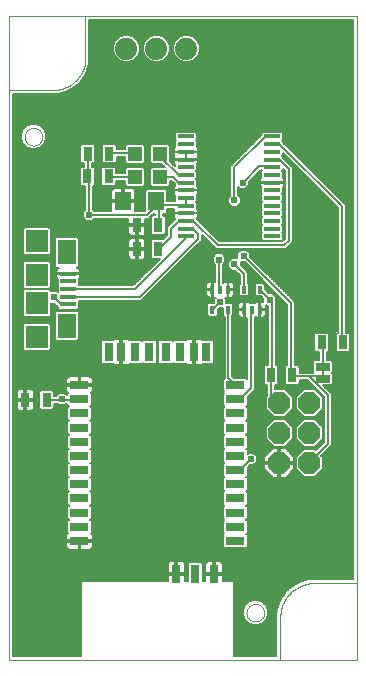
<source format=gbl>
G75*
G70*
%OFA0B0*%
%FSLAX24Y24*%
%IPPOS*%
%LPD*%
%AMOC8*
5,1,8,0,0,1.08239X$1,22.5*
%
%ADD10C,0.0000*%
%ADD11R,0.0315X0.0472*%
%ADD12R,0.0551X0.0630*%
%ADD13R,0.0531X0.0157*%
%ADD14R,0.0630X0.0827*%
%ADD15R,0.0748X0.0748*%
%ADD16R,0.0630X0.0315*%
%ADD17R,0.0315X0.0630*%
%ADD18OC8,0.0740*%
%ADD19R,0.0550X0.0137*%
%ADD20R,0.0472X0.0472*%
%ADD21C,0.0740*%
%ADD22R,0.0500X0.0250*%
%ADD23C,0.0080*%
%ADD24R,0.0157X0.0276*%
%ADD25C,0.0060*%
%ADD26C,0.0240*%
D10*
X000373Y000131D02*
X000373Y019127D01*
X001840Y019127D01*
X001903Y019129D01*
X001967Y019134D01*
X002030Y019144D01*
X002092Y019156D01*
X002153Y019173D01*
X002213Y019193D01*
X002273Y019216D01*
X002330Y019243D01*
X002386Y019273D01*
X002440Y019307D01*
X002492Y019343D01*
X002542Y019382D01*
X002589Y019425D01*
X002634Y019470D01*
X002677Y019517D01*
X002716Y019567D01*
X002752Y019619D01*
X002786Y019673D01*
X002816Y019729D01*
X002843Y019786D01*
X002866Y019846D01*
X002886Y019906D01*
X002903Y019967D01*
X002915Y020029D01*
X002925Y020092D01*
X002930Y020156D01*
X002932Y020219D01*
X002932Y021588D01*
X011987Y021588D01*
X011987Y002690D01*
X010554Y002690D01*
X010489Y002688D01*
X010423Y002682D01*
X010358Y002673D01*
X010294Y002660D01*
X010231Y002643D01*
X010169Y002622D01*
X010108Y002598D01*
X010049Y002570D01*
X009991Y002539D01*
X009935Y002505D01*
X009882Y002467D01*
X009830Y002427D01*
X009781Y002383D01*
X009735Y002337D01*
X009691Y002288D01*
X009651Y002236D01*
X009613Y002183D01*
X009579Y002127D01*
X009548Y002069D01*
X009520Y002010D01*
X009496Y001949D01*
X009475Y001887D01*
X009458Y001824D01*
X009445Y001760D01*
X009436Y001695D01*
X009430Y001629D01*
X009428Y001564D01*
X009428Y000131D01*
X000373Y000131D01*
X008298Y001706D02*
X008300Y001740D01*
X008306Y001774D01*
X008316Y001807D01*
X008329Y001838D01*
X008347Y001868D01*
X008367Y001896D01*
X008391Y001921D01*
X008417Y001943D01*
X008445Y001961D01*
X008476Y001977D01*
X008508Y001989D01*
X008542Y001997D01*
X008576Y002001D01*
X008610Y002001D01*
X008644Y001997D01*
X008678Y001989D01*
X008710Y001977D01*
X008740Y001961D01*
X008769Y001943D01*
X008795Y001921D01*
X008819Y001896D01*
X008839Y001868D01*
X008857Y001838D01*
X008870Y001807D01*
X008880Y001774D01*
X008886Y001740D01*
X008888Y001706D01*
X008886Y001672D01*
X008880Y001638D01*
X008870Y001605D01*
X008857Y001574D01*
X008839Y001544D01*
X008819Y001516D01*
X008795Y001491D01*
X008769Y001469D01*
X008741Y001451D01*
X008710Y001435D01*
X008678Y001423D01*
X008644Y001415D01*
X008610Y001411D01*
X008576Y001411D01*
X008542Y001415D01*
X008508Y001423D01*
X008476Y001435D01*
X008445Y001451D01*
X008417Y001469D01*
X008391Y001491D01*
X008367Y001516D01*
X008347Y001544D01*
X008329Y001574D01*
X008316Y001605D01*
X008306Y001638D01*
X008300Y001672D01*
X008298Y001706D01*
X009428Y000131D02*
X011987Y000131D01*
X011987Y002690D01*
X000905Y017572D02*
X000907Y017606D01*
X000913Y017640D01*
X000923Y017673D01*
X000936Y017704D01*
X000954Y017734D01*
X000974Y017762D01*
X000998Y017787D01*
X001024Y017809D01*
X001052Y017827D01*
X001083Y017843D01*
X001115Y017855D01*
X001149Y017863D01*
X001183Y017867D01*
X001217Y017867D01*
X001251Y017863D01*
X001285Y017855D01*
X001317Y017843D01*
X001347Y017827D01*
X001376Y017809D01*
X001402Y017787D01*
X001426Y017762D01*
X001446Y017734D01*
X001464Y017704D01*
X001477Y017673D01*
X001487Y017640D01*
X001493Y017606D01*
X001495Y017572D01*
X001493Y017538D01*
X001487Y017504D01*
X001477Y017471D01*
X001464Y017440D01*
X001446Y017410D01*
X001426Y017382D01*
X001402Y017357D01*
X001376Y017335D01*
X001348Y017317D01*
X001317Y017301D01*
X001285Y017289D01*
X001251Y017281D01*
X001217Y017277D01*
X001183Y017277D01*
X001149Y017281D01*
X001115Y017289D01*
X001083Y017301D01*
X001052Y017317D01*
X001024Y017335D01*
X000998Y017357D01*
X000974Y017382D01*
X000954Y017410D01*
X000936Y017440D01*
X000923Y017471D01*
X000913Y017504D01*
X000907Y017538D01*
X000905Y017572D01*
X000373Y019127D02*
X000373Y021588D01*
X002932Y021588D01*
D11*
X003011Y017007D03*
X002995Y016248D03*
X003704Y016248D03*
X003719Y017007D03*
X004645Y014619D03*
X004645Y013832D03*
X005353Y013832D03*
X005353Y014619D03*
X009113Y009619D03*
X009822Y009619D03*
X010806Y010718D03*
X011515Y010718D03*
X001637Y008796D03*
X000928Y008796D03*
D12*
X004192Y015415D03*
X005294Y015415D03*
D13*
X002358Y013003D03*
X002358Y012747D03*
X002358Y012491D03*
X002358Y012235D03*
X002358Y011979D03*
D14*
X002308Y011270D03*
X002308Y013711D03*
D15*
X001304Y014085D03*
X001304Y012963D03*
X001304Y012018D03*
X001304Y010896D03*
D16*
X002731Y009292D03*
X002731Y008820D03*
X002731Y008348D03*
X002731Y007875D03*
X002731Y007403D03*
X002731Y006930D03*
X002731Y006458D03*
X002731Y005985D03*
X002731Y005513D03*
X002731Y005040D03*
X002731Y004568D03*
X002731Y004096D03*
X007928Y004096D03*
X007928Y004568D03*
X007928Y005040D03*
X007928Y005513D03*
X007928Y005985D03*
X007928Y006458D03*
X007928Y006930D03*
X007928Y007403D03*
X007928Y007875D03*
X007928Y008348D03*
X007928Y008820D03*
X007928Y009292D03*
D17*
X006953Y010395D03*
X006550Y010395D03*
X006078Y010395D03*
X005605Y010395D03*
X005054Y010395D03*
X004582Y010395D03*
X004109Y010395D03*
X003707Y010395D03*
X005960Y002993D03*
X006589Y002993D03*
X007219Y002993D03*
D18*
X009393Y006694D03*
X009393Y007694D03*
X009393Y008694D03*
X010393Y008694D03*
X010393Y007694D03*
X010393Y006694D03*
D19*
X009155Y014251D03*
X009155Y014507D03*
X009155Y014763D03*
X009155Y015019D03*
X009155Y015275D03*
X009155Y015531D03*
X009155Y015787D03*
X009155Y016042D03*
X009155Y016298D03*
X009155Y016554D03*
X009155Y016810D03*
X009155Y017066D03*
X009155Y017322D03*
X009155Y017578D03*
X006276Y017578D03*
X006276Y017322D03*
X006276Y017066D03*
X006276Y016810D03*
X006276Y016554D03*
X006276Y016298D03*
X006276Y016042D03*
X006276Y015787D03*
X006276Y015531D03*
X006276Y015275D03*
X006276Y015019D03*
X006276Y014763D03*
X006276Y014507D03*
X006276Y014251D03*
D20*
X005412Y016233D03*
X005412Y017001D03*
X004586Y017001D03*
X004586Y016233D03*
D21*
X004294Y020509D03*
X005294Y020509D03*
X006294Y020509D03*
D22*
X010845Y009898D03*
X010845Y009498D03*
D23*
X010845Y009580D01*
X010373Y009580D01*
X011003Y008950D01*
X011003Y007336D01*
X010373Y006706D01*
X010393Y006694D01*
X009393Y008694D02*
X009113Y008753D01*
X009113Y009619D01*
X009152Y009659D01*
X009152Y012100D01*
X009074Y012139D01*
X009113Y012100D01*
X009074Y012139D02*
X008739Y012474D01*
X008227Y012474D02*
X008208Y012493D01*
X008208Y013005D01*
X007893Y013320D01*
X008208Y013596D02*
X009782Y012021D01*
X009782Y009698D01*
X009822Y009619D01*
X009861Y009580D01*
X010373Y009580D01*
X010845Y009548D02*
X010845Y009848D01*
X010845Y009898D02*
X010845Y010718D01*
X010806Y010718D01*
X011475Y010722D02*
X011515Y010718D01*
X011475Y010722D02*
X011475Y015249D01*
X009428Y017296D01*
X009192Y017296D01*
X009155Y017322D01*
X009152Y017572D02*
X008916Y017572D01*
X007893Y016548D01*
X007893Y015446D01*
X008168Y016037D02*
X008719Y016588D01*
X009152Y016588D01*
X009155Y016554D01*
X009192Y016785D02*
X009155Y016810D01*
X009192Y016785D02*
X009428Y016785D01*
X009704Y016509D01*
X009704Y014107D01*
X009546Y013950D01*
X007341Y013950D01*
X006554Y014737D01*
X006278Y014737D01*
X006276Y014763D01*
X006239Y014737D01*
X006003Y014737D01*
X005767Y014501D01*
X005767Y014226D01*
X005373Y013832D01*
X005353Y013832D01*
X005373Y014619D02*
X005353Y014619D01*
X005373Y014619D02*
X005373Y015249D01*
X005294Y015415D01*
X005176Y015210D01*
X005176Y015170D02*
X004979Y014974D01*
X003050Y014974D01*
X003050Y016273D01*
X002995Y016248D01*
X002971Y016194D01*
X002971Y016233D02*
X002995Y016248D01*
X003011Y016312D01*
X003011Y017007D01*
X003011Y016273D02*
X002995Y016248D01*
X003704Y016248D02*
X003719Y016233D01*
X004586Y016233D01*
X004586Y017001D02*
X004586Y017021D01*
X003719Y017021D01*
X003719Y017007D01*
X005294Y015415D02*
X005176Y015170D01*
X005215Y015289D02*
X005334Y015407D01*
X005294Y015415D01*
X005255Y015289D01*
X006239Y015289D01*
X006276Y015275D01*
X006278Y015289D01*
X006278Y015525D01*
X006276Y015531D01*
X006276Y016042D02*
X006239Y016076D01*
X006003Y016076D01*
X005845Y016233D01*
X005412Y016233D01*
X006003Y016312D02*
X005452Y016863D01*
X005452Y016981D01*
X005412Y017001D01*
X006003Y016312D02*
X006239Y016312D01*
X006276Y016298D01*
X006276Y014507D02*
X006278Y014501D01*
X006515Y014501D01*
X006672Y014344D01*
X006672Y014147D01*
X004743Y012218D01*
X002381Y012218D01*
X002358Y012235D01*
X002341Y011981D02*
X002105Y011981D01*
X001869Y012218D01*
X002341Y011981D02*
X002358Y011979D01*
X002358Y012491D02*
X002381Y012493D01*
X004586Y012493D01*
X006239Y014147D01*
X006239Y014226D01*
X006276Y014251D01*
X007381Y013477D02*
X007381Y012533D01*
X007420Y012474D01*
X007381Y012493D01*
X007420Y012060D02*
X007164Y011804D01*
X007676Y011804D02*
X007696Y011785D01*
X007696Y009540D01*
X007932Y009304D01*
X007928Y009292D01*
X007932Y008832D02*
X007928Y008820D01*
X007932Y008832D02*
X008089Y008832D01*
X008444Y009186D01*
X008444Y011785D01*
X008483Y011804D01*
X009782Y009659D02*
X009822Y009619D01*
X009393Y008694D02*
X009113Y008714D01*
X008444Y006824D02*
X008089Y006470D01*
X007932Y006470D01*
X007928Y006458D01*
X007893Y006470D01*
X007774Y006470D01*
X002731Y008820D02*
X002696Y008792D01*
X002184Y008792D01*
X002145Y008832D01*
X002105Y008792D01*
X001672Y008792D01*
X001637Y008796D01*
X009152Y017572D02*
X009155Y017578D01*
D24*
X008739Y012474D03*
X008227Y012474D03*
X008227Y011804D03*
X008483Y011804D03*
X008739Y011804D03*
X007676Y011804D03*
X007164Y011804D03*
X007164Y012474D03*
X007420Y012474D03*
X007676Y012474D03*
D25*
X007667Y012483D02*
X007667Y012741D01*
X007580Y012741D01*
X007547Y012732D01*
X007517Y012715D01*
X007511Y012709D01*
X007511Y013310D01*
X007591Y013390D01*
X007591Y013564D01*
X007468Y013687D01*
X007294Y013687D01*
X007171Y013564D01*
X007171Y013390D01*
X007251Y013310D01*
X007251Y012741D01*
X007174Y012741D01*
X007174Y012483D01*
X007155Y012483D01*
X007155Y012741D01*
X007068Y012741D01*
X007035Y012732D01*
X007006Y012715D01*
X006981Y012691D01*
X006964Y012661D01*
X006956Y012628D01*
X006956Y012483D01*
X007155Y012483D01*
X007155Y012464D01*
X007174Y012464D01*
X007174Y012206D01*
X007260Y012206D01*
X007272Y012209D01*
X007210Y012147D01*
X007210Y012034D01*
X007208Y012032D01*
X007048Y012032D01*
X006996Y011979D01*
X006996Y011629D01*
X007048Y011576D01*
X007280Y011576D01*
X007333Y011629D01*
X007333Y011789D01*
X007394Y011850D01*
X007507Y011850D01*
X007507Y011850D01*
X007507Y011629D01*
X007560Y011576D01*
X007566Y011576D01*
X007566Y009594D01*
X007566Y009530D01*
X007523Y009487D01*
X007523Y009098D01*
X007565Y009056D01*
X007523Y009015D01*
X007523Y008625D01*
X007565Y008584D01*
X007523Y008542D01*
X007523Y008153D01*
X007565Y008111D01*
X007523Y008070D01*
X007523Y007680D01*
X007565Y007639D01*
X007523Y007597D01*
X007523Y007208D01*
X007565Y007166D01*
X007523Y007125D01*
X007523Y006735D01*
X007565Y006694D01*
X007523Y006653D01*
X007523Y006263D01*
X007565Y006222D01*
X007523Y006180D01*
X007523Y005791D01*
X007565Y005749D01*
X007523Y005708D01*
X007523Y005318D01*
X007565Y005277D01*
X007523Y005235D01*
X007523Y004846D01*
X007565Y004804D01*
X007523Y004763D01*
X007523Y004373D01*
X007565Y004332D01*
X007523Y004290D01*
X007523Y003901D01*
X007576Y003848D01*
X008280Y003848D01*
X008333Y003901D01*
X008333Y004290D01*
X008291Y004332D01*
X008333Y004373D01*
X008333Y004763D01*
X008291Y004804D01*
X008333Y004846D01*
X008333Y005235D01*
X008291Y005277D01*
X008333Y005318D01*
X008333Y005708D01*
X008291Y005749D01*
X008333Y005791D01*
X008333Y006180D01*
X008291Y006222D01*
X008333Y006263D01*
X008333Y006529D01*
X008418Y006614D01*
X008531Y006614D01*
X008654Y006737D01*
X008654Y006911D01*
X008531Y007034D01*
X008357Y007034D01*
X008333Y007010D01*
X008333Y007125D01*
X008291Y007166D01*
X008333Y007208D01*
X008333Y007597D01*
X008291Y007639D01*
X008333Y007680D01*
X008333Y008070D01*
X008291Y008111D01*
X008333Y008153D01*
X008333Y008542D01*
X008291Y008584D01*
X008333Y008625D01*
X008333Y008892D01*
X008574Y009132D01*
X008574Y009240D01*
X008574Y011569D01*
X008580Y011562D01*
X008610Y011545D01*
X008643Y011536D01*
X008730Y011536D01*
X008730Y011795D01*
X008748Y011795D01*
X008748Y011536D01*
X008835Y011536D01*
X008868Y011545D01*
X008898Y011562D01*
X008922Y011587D01*
X008939Y011616D01*
X008948Y011649D01*
X008948Y011795D01*
X008749Y011795D01*
X008749Y011814D01*
X008948Y011814D01*
X008948Y011959D01*
X008945Y011971D01*
X008987Y011929D01*
X009022Y011929D01*
X009022Y009945D01*
X008918Y009945D01*
X008866Y009893D01*
X008866Y009346D01*
X008918Y009293D01*
X008983Y009293D01*
X008983Y008935D01*
X008933Y008885D01*
X008933Y008503D01*
X008333Y008503D01*
X008333Y008444D02*
X008992Y008444D01*
X009050Y008386D02*
X008333Y008386D01*
X008333Y008327D02*
X009109Y008327D01*
X009168Y008269D02*
X008333Y008269D01*
X008333Y008210D02*
X010873Y008210D01*
X010873Y008269D02*
X010618Y008269D01*
X010583Y008234D02*
X010853Y008503D01*
X010853Y008885D01*
X010583Y009154D01*
X010202Y009154D01*
X009933Y008885D01*
X009933Y008503D01*
X009852Y008503D01*
X009853Y008503D02*
X009853Y008885D01*
X009583Y009154D01*
X009243Y009154D01*
X009243Y009293D01*
X009308Y009293D01*
X009361Y009346D01*
X009361Y009893D01*
X009308Y009945D01*
X009282Y009945D01*
X009282Y012051D01*
X009284Y012052D01*
X009284Y012071D01*
X009293Y012090D01*
X009284Y012117D01*
X009284Y012226D01*
X009161Y012349D01*
X009048Y012349D01*
X008908Y012489D01*
X008908Y012649D01*
X008855Y012701D01*
X008623Y012701D01*
X008570Y012649D01*
X008570Y012298D01*
X008623Y012246D01*
X008783Y012246D01*
X008864Y012165D01*
X008864Y012064D01*
X008835Y012072D01*
X008748Y012072D01*
X008748Y011814D01*
X008730Y011814D01*
X008730Y012072D01*
X008643Y012072D01*
X008610Y012063D01*
X008580Y012046D01*
X008566Y012032D01*
X008400Y012032D01*
X008386Y012046D01*
X008356Y012063D01*
X008323Y012072D01*
X008237Y012072D01*
X008237Y011814D01*
X008218Y011814D01*
X008218Y012072D01*
X008131Y012072D01*
X008098Y012063D01*
X008069Y012046D01*
X008044Y012022D01*
X008027Y011992D01*
X008019Y011959D01*
X008019Y011814D01*
X008218Y011814D01*
X008218Y011795D01*
X008237Y011795D01*
X008237Y011536D01*
X008314Y011536D01*
X008314Y009506D01*
X008280Y009540D01*
X007880Y009540D01*
X007826Y009594D01*
X007826Y011610D01*
X007845Y011629D01*
X007845Y011979D01*
X007792Y012032D01*
X007630Y012032D01*
X007630Y012147D01*
X007568Y012209D01*
X007580Y012206D01*
X007667Y012206D01*
X007667Y012464D01*
X007685Y012464D01*
X007685Y012206D01*
X007772Y012206D01*
X007805Y012215D01*
X007835Y012232D01*
X007859Y012256D01*
X007876Y012286D01*
X007885Y012319D01*
X007885Y012464D01*
X007686Y012464D01*
X007686Y012483D01*
X007885Y012483D01*
X007885Y012628D01*
X007876Y012661D01*
X007859Y012691D01*
X007835Y012715D01*
X007805Y012732D01*
X007772Y012741D01*
X007685Y012741D01*
X007685Y012483D01*
X007667Y012483D01*
X007667Y012484D02*
X007685Y012484D01*
X007685Y012542D02*
X007667Y012542D01*
X007667Y012601D02*
X007685Y012601D01*
X007685Y012659D02*
X007667Y012659D01*
X007667Y012718D02*
X007685Y012718D01*
X007830Y012718D02*
X008078Y012718D01*
X008078Y012668D02*
X008059Y012649D01*
X008059Y012298D01*
X008111Y012246D01*
X008343Y012246D01*
X008396Y012298D01*
X008396Y012649D01*
X008343Y012701D01*
X008338Y012701D01*
X008338Y012951D01*
X008338Y013059D01*
X008103Y013294D01*
X008103Y013404D01*
X008121Y013386D01*
X008234Y013386D01*
X009652Y011967D01*
X009652Y009945D01*
X009627Y009945D01*
X009574Y009893D01*
X009574Y009346D01*
X009627Y009293D01*
X010016Y009293D01*
X010069Y009346D01*
X010069Y009450D01*
X010319Y009450D01*
X010873Y008896D01*
X010873Y007390D01*
X010739Y007390D01*
X010681Y007332D02*
X010815Y007332D01*
X010873Y007390D02*
X010610Y007127D01*
X010583Y007154D01*
X010202Y007154D01*
X009933Y006885D01*
X009933Y006503D01*
X010202Y006234D01*
X010583Y006234D01*
X010853Y006503D01*
X010853Y006885D01*
X010794Y006943D01*
X011133Y007282D01*
X011133Y007390D01*
X011857Y007390D01*
X011857Y007332D02*
X011133Y007332D01*
X011133Y007390D02*
X011133Y009004D01*
X011057Y009080D01*
X010854Y009283D01*
X011133Y009283D01*
X011185Y009336D01*
X011185Y009660D01*
X011148Y009698D01*
X011185Y009736D01*
X011185Y010060D01*
X011133Y010113D01*
X010975Y010113D01*
X010975Y010391D01*
X011001Y010391D01*
X011053Y010444D01*
X011053Y010991D01*
X011001Y011044D01*
X010611Y011044D01*
X010559Y010991D01*
X010559Y010444D01*
X010611Y010391D01*
X010715Y010391D01*
X010715Y010113D01*
X010558Y010113D01*
X010505Y010060D01*
X010505Y009736D01*
X010531Y009710D01*
X010319Y009710D01*
X010069Y009710D01*
X010069Y009893D01*
X010016Y009945D01*
X009912Y009945D01*
X009912Y012075D01*
X009836Y012151D01*
X008418Y013569D01*
X008418Y013683D01*
X008295Y013806D01*
X008121Y013806D01*
X007998Y013683D01*
X007998Y013512D01*
X007980Y013530D01*
X007806Y013530D01*
X007683Y013407D01*
X007683Y013233D01*
X007806Y013110D01*
X007919Y013110D01*
X008078Y012951D01*
X008078Y012668D01*
X008069Y012659D02*
X007877Y012659D01*
X007885Y012601D02*
X008059Y012601D01*
X008059Y012542D02*
X007885Y012542D01*
X007885Y012484D02*
X008059Y012484D01*
X008059Y012425D02*
X007885Y012425D01*
X007885Y012367D02*
X008059Y012367D01*
X008059Y012308D02*
X007882Y012308D01*
X007852Y012249D02*
X008107Y012249D01*
X008347Y012249D02*
X008619Y012249D01*
X008570Y012308D02*
X008396Y012308D01*
X008396Y012367D02*
X008570Y012367D01*
X008570Y012425D02*
X008396Y012425D01*
X008396Y012484D02*
X008570Y012484D01*
X008570Y012542D02*
X008396Y012542D01*
X008396Y012601D02*
X008570Y012601D01*
X008581Y012659D02*
X008385Y012659D01*
X008338Y012718D02*
X008901Y012718D01*
X008897Y012659D02*
X008960Y012659D01*
X008908Y012601D02*
X009019Y012601D01*
X009077Y012542D02*
X008908Y012542D01*
X008913Y012484D02*
X009136Y012484D01*
X009194Y012425D02*
X008971Y012425D01*
X009030Y012367D02*
X009253Y012367D01*
X009201Y012308D02*
X009311Y012308D01*
X009260Y012249D02*
X009370Y012249D01*
X009428Y012191D02*
X009284Y012191D01*
X009284Y012132D02*
X009487Y012132D01*
X009545Y012074D02*
X009285Y012074D01*
X009282Y012015D02*
X009604Y012015D01*
X009652Y011957D02*
X009282Y011957D01*
X009282Y011898D02*
X009652Y011898D01*
X009652Y011840D02*
X009282Y011840D01*
X009282Y011781D02*
X009652Y011781D01*
X009652Y011723D02*
X009282Y011723D01*
X009282Y011664D02*
X009652Y011664D01*
X009652Y011606D02*
X009282Y011606D01*
X009282Y011547D02*
X009652Y011547D01*
X009652Y011488D02*
X009282Y011488D01*
X009282Y011430D02*
X009652Y011430D01*
X009652Y011371D02*
X009282Y011371D01*
X009282Y011313D02*
X009652Y011313D01*
X009652Y011254D02*
X009282Y011254D01*
X009282Y011196D02*
X009652Y011196D01*
X009652Y011137D02*
X009282Y011137D01*
X009282Y011079D02*
X009652Y011079D01*
X009652Y011020D02*
X009282Y011020D01*
X009282Y010962D02*
X009652Y010962D01*
X009652Y010903D02*
X009282Y010903D01*
X009282Y010844D02*
X009652Y010844D01*
X009652Y010786D02*
X009282Y010786D01*
X009282Y010727D02*
X009652Y010727D01*
X009652Y010669D02*
X009282Y010669D01*
X009282Y010610D02*
X009652Y010610D01*
X009652Y010552D02*
X009282Y010552D01*
X009282Y010493D02*
X009652Y010493D01*
X009652Y010435D02*
X009282Y010435D01*
X009282Y010376D02*
X009652Y010376D01*
X009652Y010318D02*
X009282Y010318D01*
X009282Y010259D02*
X009652Y010259D01*
X009652Y010200D02*
X009282Y010200D01*
X009282Y010142D02*
X009652Y010142D01*
X009652Y010083D02*
X009282Y010083D01*
X009282Y010025D02*
X009652Y010025D01*
X009652Y009966D02*
X009282Y009966D01*
X009345Y009908D02*
X009589Y009908D01*
X009574Y009849D02*
X009361Y009849D01*
X009361Y009791D02*
X009574Y009791D01*
X009574Y009732D02*
X009361Y009732D01*
X009361Y009674D02*
X009574Y009674D01*
X009574Y009615D02*
X009361Y009615D01*
X009361Y009556D02*
X009574Y009556D01*
X009574Y009498D02*
X009361Y009498D01*
X009361Y009439D02*
X009574Y009439D01*
X009574Y009381D02*
X009361Y009381D01*
X009337Y009322D02*
X009598Y009322D01*
X009590Y009147D02*
X010195Y009147D01*
X010136Y009088D02*
X009649Y009088D01*
X009707Y009030D02*
X010078Y009030D01*
X010019Y008971D02*
X009766Y008971D01*
X009825Y008913D02*
X009961Y008913D01*
X009933Y008854D02*
X009853Y008854D01*
X009853Y008795D02*
X009933Y008795D01*
X009933Y008737D02*
X009853Y008737D01*
X009853Y008678D02*
X009933Y008678D01*
X009933Y008620D02*
X009853Y008620D01*
X009853Y008561D02*
X009933Y008561D01*
X009933Y008503D02*
X010202Y008234D01*
X010583Y008234D01*
X010583Y008154D02*
X010202Y008154D01*
X009933Y007885D01*
X009933Y007503D01*
X010202Y007234D01*
X010583Y007234D01*
X010853Y007503D01*
X010853Y007885D01*
X010583Y008154D01*
X010586Y008151D02*
X010873Y008151D01*
X010873Y008093D02*
X010644Y008093D01*
X010703Y008034D02*
X010873Y008034D01*
X010873Y007976D02*
X010761Y007976D01*
X010820Y007917D02*
X010873Y007917D01*
X010873Y007859D02*
X010853Y007859D01*
X010853Y007800D02*
X010873Y007800D01*
X010873Y007742D02*
X010853Y007742D01*
X010853Y007683D02*
X010873Y007683D01*
X010873Y007625D02*
X010853Y007625D01*
X010853Y007566D02*
X010873Y007566D01*
X010873Y007507D02*
X010853Y007507D01*
X010873Y007449D02*
X010798Y007449D01*
X010757Y007273D02*
X010622Y007273D01*
X010698Y007215D02*
X008333Y007215D01*
X008333Y007273D02*
X009163Y007273D01*
X009202Y007234D02*
X008933Y007503D01*
X008933Y007885D01*
X009202Y008154D01*
X009583Y008154D01*
X009853Y007885D01*
X009853Y007503D01*
X009583Y007234D01*
X009202Y007234D01*
X009185Y007194D02*
X008893Y006901D01*
X008893Y006724D01*
X009362Y006724D01*
X009362Y006664D01*
X008893Y006664D01*
X008893Y006487D01*
X009185Y006194D01*
X009363Y006194D01*
X009363Y006664D01*
X009423Y006664D01*
X009423Y006724D01*
X009893Y006724D01*
X009893Y006901D01*
X009600Y007194D01*
X009423Y007194D01*
X009423Y006724D01*
X009363Y006724D01*
X009363Y007194D01*
X009185Y007194D01*
X009148Y007156D02*
X008302Y007156D01*
X008333Y007098D02*
X009089Y007098D01*
X009031Y007039D02*
X008333Y007039D01*
X008333Y007332D02*
X009104Y007332D01*
X009046Y007390D02*
X008333Y007390D01*
X008333Y007449D02*
X008987Y007449D01*
X008933Y007507D02*
X008333Y007507D01*
X008333Y007566D02*
X008933Y007566D01*
X008933Y007625D02*
X008306Y007625D01*
X008333Y007683D02*
X008933Y007683D01*
X008933Y007742D02*
X008333Y007742D01*
X008333Y007800D02*
X008933Y007800D01*
X008933Y007859D02*
X008333Y007859D01*
X008333Y007917D02*
X008965Y007917D01*
X009024Y007976D02*
X008333Y007976D01*
X008333Y008034D02*
X009082Y008034D01*
X009141Y008093D02*
X008310Y008093D01*
X008332Y008151D02*
X009200Y008151D01*
X009202Y008234D02*
X009583Y008234D01*
X009853Y008503D01*
X009793Y008444D02*
X009992Y008444D01*
X010050Y008386D02*
X009735Y008386D01*
X009676Y008327D02*
X010109Y008327D01*
X010168Y008269D02*
X009618Y008269D01*
X009586Y008151D02*
X010200Y008151D01*
X010141Y008093D02*
X009644Y008093D01*
X009703Y008034D02*
X010082Y008034D01*
X010024Y007976D02*
X009761Y007976D01*
X009820Y007917D02*
X009965Y007917D01*
X009933Y007859D02*
X009853Y007859D01*
X009853Y007800D02*
X009933Y007800D01*
X009933Y007742D02*
X009853Y007742D01*
X009853Y007683D02*
X009933Y007683D01*
X009933Y007625D02*
X009853Y007625D01*
X009853Y007566D02*
X009933Y007566D01*
X009933Y007507D02*
X009853Y007507D01*
X009798Y007449D02*
X009987Y007449D01*
X010046Y007390D02*
X009739Y007390D01*
X009681Y007332D02*
X010104Y007332D01*
X010163Y007273D02*
X009622Y007273D01*
X009637Y007156D02*
X010639Y007156D01*
X010815Y006922D02*
X011857Y006922D01*
X011857Y006864D02*
X010853Y006864D01*
X010853Y006805D02*
X011857Y006805D01*
X011857Y006746D02*
X010853Y006746D01*
X010853Y006688D02*
X011857Y006688D01*
X011857Y006629D02*
X010853Y006629D01*
X010853Y006571D02*
X011857Y006571D01*
X011857Y006512D02*
X010853Y006512D01*
X010803Y006454D02*
X011857Y006454D01*
X011857Y006395D02*
X010744Y006395D01*
X010686Y006337D02*
X011857Y006337D01*
X011857Y006278D02*
X010627Y006278D01*
X010158Y006278D02*
X009684Y006278D01*
X009742Y006337D02*
X010099Y006337D01*
X010041Y006395D02*
X009801Y006395D01*
X009859Y006454D02*
X009982Y006454D01*
X009933Y006512D02*
X009893Y006512D01*
X009893Y006487D02*
X009893Y006664D01*
X009423Y006664D01*
X009423Y006194D01*
X009600Y006194D01*
X009893Y006487D01*
X009893Y006571D02*
X009933Y006571D01*
X009933Y006629D02*
X009893Y006629D01*
X009933Y006688D02*
X009423Y006688D01*
X009423Y006746D02*
X009363Y006746D01*
X009362Y006688D02*
X008605Y006688D01*
X008654Y006746D02*
X008893Y006746D01*
X008893Y006805D02*
X008654Y006805D01*
X008654Y006864D02*
X008893Y006864D01*
X008914Y006922D02*
X008643Y006922D01*
X008584Y006981D02*
X008972Y006981D01*
X008893Y006629D02*
X008546Y006629D01*
X008374Y006571D02*
X008893Y006571D01*
X008893Y006512D02*
X008333Y006512D01*
X008333Y006454D02*
X008926Y006454D01*
X008984Y006395D02*
X008333Y006395D01*
X008333Y006337D02*
X009043Y006337D01*
X009101Y006278D02*
X008333Y006278D01*
X008294Y006220D02*
X009160Y006220D01*
X009363Y006220D02*
X009423Y006220D01*
X009423Y006278D02*
X009363Y006278D01*
X009363Y006337D02*
X009423Y006337D01*
X009423Y006395D02*
X009363Y006395D01*
X009363Y006454D02*
X009423Y006454D01*
X009423Y006512D02*
X009363Y006512D01*
X009363Y006571D02*
X009423Y006571D01*
X009423Y006629D02*
X009363Y006629D01*
X009363Y006805D02*
X009423Y006805D01*
X009423Y006864D02*
X009363Y006864D01*
X009363Y006922D02*
X009423Y006922D01*
X009423Y006981D02*
X009363Y006981D01*
X009363Y007039D02*
X009423Y007039D01*
X009423Y007098D02*
X009363Y007098D01*
X009363Y007156D02*
X009423Y007156D01*
X009696Y007098D02*
X010146Y007098D01*
X010087Y007039D02*
X009755Y007039D01*
X009813Y006981D02*
X010029Y006981D01*
X009970Y006922D02*
X009872Y006922D01*
X009893Y006864D02*
X009933Y006864D01*
X009933Y006805D02*
X009893Y006805D01*
X009893Y006746D02*
X009933Y006746D01*
X009625Y006220D02*
X011857Y006220D01*
X011857Y006161D02*
X008333Y006161D01*
X008333Y006102D02*
X011857Y006102D01*
X011857Y006044D02*
X008333Y006044D01*
X008333Y005985D02*
X011857Y005985D01*
X011857Y005927D02*
X008333Y005927D01*
X008333Y005868D02*
X011857Y005868D01*
X011857Y005810D02*
X008333Y005810D01*
X008294Y005751D02*
X011857Y005751D01*
X011857Y005693D02*
X008333Y005693D01*
X008333Y005634D02*
X011857Y005634D01*
X011857Y005576D02*
X008333Y005576D01*
X008333Y005517D02*
X011857Y005517D01*
X011857Y005458D02*
X008333Y005458D01*
X008333Y005400D02*
X011857Y005400D01*
X011857Y005341D02*
X008333Y005341D01*
X008298Y005283D02*
X011857Y005283D01*
X011857Y005224D02*
X008333Y005224D01*
X008333Y005166D02*
X011857Y005166D01*
X011857Y005107D02*
X008333Y005107D01*
X008333Y005049D02*
X011857Y005049D01*
X011857Y004990D02*
X008333Y004990D01*
X008333Y004932D02*
X011857Y004932D01*
X011857Y004873D02*
X008333Y004873D01*
X008302Y004814D02*
X011857Y004814D01*
X011857Y004756D02*
X008333Y004756D01*
X008333Y004697D02*
X011857Y004697D01*
X011857Y004639D02*
X008333Y004639D01*
X008333Y004580D02*
X011857Y004580D01*
X011857Y004522D02*
X008333Y004522D01*
X008333Y004463D02*
X011857Y004463D01*
X011857Y004405D02*
X008333Y004405D01*
X008306Y004346D02*
X011857Y004346D01*
X011857Y004288D02*
X008333Y004288D01*
X008333Y004229D02*
X011857Y004229D01*
X011857Y004171D02*
X008333Y004171D01*
X008333Y004112D02*
X011857Y004112D01*
X011857Y004053D02*
X008333Y004053D01*
X008333Y003995D02*
X011857Y003995D01*
X011857Y003936D02*
X008333Y003936D01*
X008310Y003878D02*
X011857Y003878D01*
X011857Y003819D02*
X003100Y003819D01*
X003096Y003817D02*
X003126Y003834D01*
X003150Y003858D01*
X003167Y003888D01*
X003176Y003921D01*
X003176Y004066D01*
X002761Y004066D01*
X002761Y004125D01*
X003176Y004125D01*
X003176Y004270D01*
X003167Y004303D01*
X003150Y004333D01*
X003126Y004357D01*
X003122Y004359D01*
X003136Y004373D01*
X003136Y004763D01*
X003095Y004804D01*
X003136Y004846D01*
X003136Y005235D01*
X003095Y005277D01*
X003136Y005318D01*
X003136Y005708D01*
X003095Y005749D01*
X003136Y005791D01*
X003136Y006180D01*
X003095Y006222D01*
X003136Y006263D01*
X003136Y006653D01*
X003095Y006694D01*
X003136Y006735D01*
X003136Y007125D01*
X003095Y007166D01*
X003136Y007208D01*
X003136Y007597D01*
X003095Y007639D01*
X003136Y007680D01*
X003136Y008070D01*
X003095Y008111D01*
X003136Y008153D01*
X003136Y008542D01*
X003095Y008584D01*
X003136Y008625D01*
X003136Y009015D01*
X003122Y009029D01*
X003126Y009031D01*
X003150Y009055D01*
X003167Y009085D01*
X003176Y009118D01*
X003176Y009262D01*
X002761Y009262D01*
X002761Y009322D01*
X003176Y009322D01*
X007523Y009322D01*
X007523Y009264D02*
X002761Y009264D01*
X002761Y009323D02*
X002701Y009323D01*
X002701Y009580D01*
X002399Y009580D01*
X002366Y009571D01*
X002336Y009554D01*
X002312Y009530D01*
X002295Y009500D01*
X002286Y009467D01*
X002286Y009322D01*
X000503Y009322D01*
X000503Y009264D02*
X002701Y009264D01*
X002701Y009262D02*
X002286Y009262D01*
X002286Y009118D01*
X002295Y009085D01*
X002312Y009055D01*
X002336Y009031D01*
X002340Y009029D01*
X002326Y009015D01*
X002326Y008947D01*
X002232Y009042D01*
X002058Y009042D01*
X001938Y008922D01*
X001884Y008922D01*
X001884Y009070D01*
X001831Y009123D01*
X001442Y009123D01*
X001389Y009070D01*
X001389Y008523D01*
X001442Y008470D01*
X001831Y008470D01*
X001884Y008523D01*
X001884Y008662D01*
X002017Y008662D01*
X002058Y008622D01*
X002232Y008622D01*
X002272Y008662D01*
X002326Y008662D01*
X002326Y008625D01*
X002368Y008584D01*
X002326Y008542D01*
X002326Y008153D01*
X002368Y008111D01*
X002326Y008070D01*
X002326Y007680D01*
X002368Y007639D01*
X002326Y007597D01*
X002326Y007208D01*
X002368Y007166D01*
X002326Y007125D01*
X002326Y006735D01*
X002368Y006694D01*
X002326Y006653D01*
X002326Y006263D01*
X002368Y006222D01*
X002326Y006180D01*
X002326Y005791D01*
X002368Y005749D01*
X002326Y005708D01*
X002326Y005318D01*
X002368Y005277D01*
X002326Y005235D01*
X002326Y004846D01*
X002368Y004804D01*
X002326Y004763D01*
X002326Y004373D01*
X002340Y004359D01*
X002336Y004357D01*
X002312Y004333D01*
X002295Y004303D01*
X002286Y004270D01*
X002286Y004125D01*
X002701Y004125D01*
X002701Y004066D01*
X002286Y004066D01*
X002286Y003921D01*
X002295Y003888D01*
X002312Y003858D01*
X002336Y003834D01*
X002366Y003817D01*
X002399Y003808D01*
X002701Y003808D01*
X002701Y004065D01*
X002761Y004065D01*
X002761Y003808D01*
X003063Y003808D01*
X003096Y003817D01*
X003161Y003878D02*
X007546Y003878D01*
X007523Y003936D02*
X003176Y003936D01*
X003176Y003995D02*
X007523Y003995D01*
X007523Y004053D02*
X003176Y004053D01*
X003176Y004171D02*
X007523Y004171D01*
X007523Y004229D02*
X003176Y004229D01*
X003171Y004288D02*
X007523Y004288D01*
X007550Y004346D02*
X003137Y004346D01*
X003136Y004405D02*
X007523Y004405D01*
X007523Y004463D02*
X003136Y004463D01*
X003136Y004522D02*
X007523Y004522D01*
X007523Y004580D02*
X003136Y004580D01*
X003136Y004639D02*
X007523Y004639D01*
X007523Y004697D02*
X003136Y004697D01*
X003136Y004756D02*
X007523Y004756D01*
X007554Y004814D02*
X003105Y004814D01*
X003136Y004873D02*
X007523Y004873D01*
X007523Y004932D02*
X003136Y004932D01*
X003136Y004990D02*
X007523Y004990D01*
X007523Y005049D02*
X003136Y005049D01*
X003136Y005107D02*
X007523Y005107D01*
X007523Y005166D02*
X003136Y005166D01*
X003136Y005224D02*
X007523Y005224D01*
X007558Y005283D02*
X003101Y005283D01*
X003136Y005341D02*
X007523Y005341D01*
X007523Y005400D02*
X003136Y005400D01*
X003136Y005458D02*
X007523Y005458D01*
X007523Y005517D02*
X003136Y005517D01*
X003136Y005576D02*
X007523Y005576D01*
X007523Y005634D02*
X003136Y005634D01*
X003136Y005693D02*
X007523Y005693D01*
X007562Y005751D02*
X003097Y005751D01*
X003136Y005810D02*
X007523Y005810D01*
X007523Y005868D02*
X003136Y005868D01*
X003136Y005927D02*
X007523Y005927D01*
X007523Y005985D02*
X003136Y005985D01*
X003136Y006044D02*
X007523Y006044D01*
X007523Y006102D02*
X003136Y006102D01*
X003136Y006161D02*
X007523Y006161D01*
X007563Y006220D02*
X003097Y006220D01*
X003136Y006278D02*
X007523Y006278D01*
X007523Y006337D02*
X003136Y006337D01*
X003136Y006395D02*
X007523Y006395D01*
X007523Y006454D02*
X003136Y006454D01*
X003136Y006512D02*
X007523Y006512D01*
X007523Y006571D02*
X003136Y006571D01*
X003136Y006629D02*
X007523Y006629D01*
X007558Y006688D02*
X003101Y006688D01*
X003136Y006746D02*
X007523Y006746D01*
X007523Y006805D02*
X003136Y006805D01*
X003136Y006864D02*
X007523Y006864D01*
X007523Y006922D02*
X003136Y006922D01*
X003136Y006981D02*
X007523Y006981D01*
X007523Y007039D02*
X003136Y007039D01*
X003136Y007098D02*
X007523Y007098D01*
X007554Y007156D02*
X003105Y007156D01*
X003136Y007215D02*
X007523Y007215D01*
X007523Y007273D02*
X003136Y007273D01*
X003136Y007332D02*
X007523Y007332D01*
X007523Y007390D02*
X003136Y007390D01*
X003136Y007449D02*
X007523Y007449D01*
X007523Y007507D02*
X003136Y007507D01*
X003136Y007566D02*
X007523Y007566D01*
X007550Y007625D02*
X003109Y007625D01*
X003136Y007683D02*
X007523Y007683D01*
X007523Y007742D02*
X003136Y007742D01*
X003136Y007800D02*
X007523Y007800D01*
X007523Y007859D02*
X003136Y007859D01*
X003136Y007917D02*
X007523Y007917D01*
X007523Y007976D02*
X003136Y007976D01*
X003136Y008034D02*
X007523Y008034D01*
X007546Y008093D02*
X003113Y008093D01*
X003135Y008151D02*
X007524Y008151D01*
X007523Y008210D02*
X003136Y008210D01*
X003136Y008269D02*
X007523Y008269D01*
X007523Y008327D02*
X003136Y008327D01*
X003136Y008386D02*
X007523Y008386D01*
X007523Y008444D02*
X003136Y008444D01*
X003136Y008503D02*
X007523Y008503D01*
X007542Y008561D02*
X003117Y008561D01*
X003131Y008620D02*
X007529Y008620D01*
X007523Y008678D02*
X003136Y008678D01*
X003136Y008737D02*
X007523Y008737D01*
X007523Y008795D02*
X003136Y008795D01*
X003136Y008854D02*
X007523Y008854D01*
X007523Y008913D02*
X003136Y008913D01*
X003136Y008971D02*
X007523Y008971D01*
X007538Y009030D02*
X003124Y009030D01*
X003168Y009088D02*
X007533Y009088D01*
X007523Y009147D02*
X003176Y009147D01*
X003176Y009205D02*
X007523Y009205D01*
X007523Y009381D02*
X003176Y009381D01*
X003176Y009439D02*
X007523Y009439D01*
X007534Y009498D02*
X003168Y009498D01*
X003167Y009500D02*
X003150Y009530D01*
X003126Y009554D01*
X003096Y009571D01*
X003063Y009580D01*
X002761Y009580D01*
X002761Y009323D01*
X002761Y009381D02*
X002701Y009381D01*
X002701Y009439D02*
X002761Y009439D01*
X002761Y009498D02*
X002701Y009498D01*
X002701Y009556D02*
X002761Y009556D01*
X002701Y009322D02*
X002701Y009262D01*
X002701Y009322D02*
X002286Y009322D01*
X002286Y009381D02*
X000503Y009381D01*
X000503Y009439D02*
X002286Y009439D01*
X002295Y009498D02*
X000503Y009498D01*
X000503Y009556D02*
X002341Y009556D01*
X002286Y009205D02*
X000503Y009205D01*
X000503Y009147D02*
X000708Y009147D01*
X000720Y009154D02*
X000691Y009137D01*
X000667Y009112D01*
X000649Y009083D01*
X000641Y009050D01*
X000641Y008826D01*
X000898Y008826D01*
X000898Y008766D01*
X000958Y008766D01*
X000958Y008430D01*
X001103Y008430D01*
X001136Y008439D01*
X001165Y008456D01*
X001189Y008480D01*
X001207Y008510D01*
X001215Y008543D01*
X001215Y008766D01*
X000958Y008766D01*
X000958Y008826D01*
X001215Y008826D01*
X001215Y009050D01*
X001207Y009083D01*
X001189Y009112D01*
X001165Y009137D01*
X001136Y009154D01*
X001103Y009163D01*
X000958Y009163D01*
X000958Y008826D01*
X000898Y008826D01*
X000898Y009163D01*
X000753Y009163D01*
X000720Y009154D01*
X000653Y009088D02*
X000503Y009088D01*
X000503Y009030D02*
X000641Y009030D01*
X000641Y008971D02*
X000503Y008971D01*
X000503Y008913D02*
X000641Y008913D01*
X000641Y008854D02*
X000503Y008854D01*
X000503Y008795D02*
X000898Y008795D01*
X000898Y008766D02*
X000641Y008766D01*
X000641Y008543D01*
X000649Y008510D01*
X000667Y008480D01*
X000691Y008456D01*
X000720Y008439D01*
X000753Y008430D01*
X000898Y008430D01*
X000898Y008766D01*
X000898Y008737D02*
X000958Y008737D01*
X000958Y008795D02*
X001389Y008795D01*
X001389Y008737D02*
X001215Y008737D01*
X001215Y008678D02*
X001389Y008678D01*
X001389Y008620D02*
X001215Y008620D01*
X001215Y008561D02*
X001389Y008561D01*
X001409Y008503D02*
X001202Y008503D01*
X001145Y008444D02*
X002326Y008444D01*
X002326Y008386D02*
X000503Y008386D01*
X000503Y008444D02*
X000711Y008444D01*
X000654Y008503D02*
X000503Y008503D01*
X000503Y008561D02*
X000641Y008561D01*
X000641Y008620D02*
X000503Y008620D01*
X000503Y008678D02*
X000641Y008678D01*
X000641Y008737D02*
X000503Y008737D01*
X000503Y008327D02*
X002326Y008327D01*
X002326Y008269D02*
X000503Y008269D01*
X000503Y008210D02*
X002326Y008210D01*
X002328Y008151D02*
X000503Y008151D01*
X000503Y008093D02*
X002349Y008093D01*
X002326Y008034D02*
X000503Y008034D01*
X000503Y007976D02*
X002326Y007976D01*
X002326Y007917D02*
X000503Y007917D01*
X000503Y007859D02*
X002326Y007859D01*
X002326Y007800D02*
X000503Y007800D01*
X000503Y007742D02*
X002326Y007742D01*
X002326Y007683D02*
X000503Y007683D01*
X000503Y007625D02*
X002353Y007625D01*
X002326Y007566D02*
X000503Y007566D01*
X000503Y007507D02*
X002326Y007507D01*
X002326Y007449D02*
X000503Y007449D01*
X000503Y007390D02*
X002326Y007390D01*
X002326Y007332D02*
X000503Y007332D01*
X000503Y007273D02*
X002326Y007273D01*
X002326Y007215D02*
X000503Y007215D01*
X000503Y007156D02*
X002358Y007156D01*
X002326Y007098D02*
X000503Y007098D01*
X000503Y007039D02*
X002326Y007039D01*
X002326Y006981D02*
X000503Y006981D01*
X000503Y006922D02*
X002326Y006922D01*
X002326Y006864D02*
X000503Y006864D01*
X000503Y006805D02*
X002326Y006805D01*
X002326Y006746D02*
X000503Y006746D01*
X000503Y006688D02*
X002362Y006688D01*
X002326Y006629D02*
X000503Y006629D01*
X000503Y006571D02*
X002326Y006571D01*
X002326Y006512D02*
X000503Y006512D01*
X000503Y006454D02*
X002326Y006454D01*
X002326Y006395D02*
X000503Y006395D01*
X000503Y006337D02*
X002326Y006337D01*
X002326Y006278D02*
X000503Y006278D01*
X000503Y006220D02*
X002366Y006220D01*
X002326Y006161D02*
X000503Y006161D01*
X000503Y006102D02*
X002326Y006102D01*
X002326Y006044D02*
X000503Y006044D01*
X000503Y005985D02*
X002326Y005985D01*
X002326Y005927D02*
X000503Y005927D01*
X000503Y005868D02*
X002326Y005868D01*
X002326Y005810D02*
X000503Y005810D01*
X000503Y005751D02*
X002366Y005751D01*
X002326Y005693D02*
X000503Y005693D01*
X000503Y005634D02*
X002326Y005634D01*
X002326Y005576D02*
X000503Y005576D01*
X000503Y005517D02*
X002326Y005517D01*
X002326Y005458D02*
X000503Y005458D01*
X000503Y005400D02*
X002326Y005400D01*
X002326Y005341D02*
X000503Y005341D01*
X000503Y005283D02*
X002362Y005283D01*
X002326Y005224D02*
X000503Y005224D01*
X000503Y005166D02*
X002326Y005166D01*
X002326Y005107D02*
X000503Y005107D01*
X000503Y005049D02*
X002326Y005049D01*
X002326Y004990D02*
X000503Y004990D01*
X000503Y004932D02*
X002326Y004932D01*
X002326Y004873D02*
X000503Y004873D01*
X000503Y004814D02*
X002357Y004814D01*
X002326Y004756D02*
X000503Y004756D01*
X000503Y004697D02*
X002326Y004697D01*
X002326Y004639D02*
X000503Y004639D01*
X000503Y004580D02*
X002326Y004580D01*
X002326Y004522D02*
X000503Y004522D01*
X000503Y004463D02*
X002326Y004463D01*
X002326Y004405D02*
X000503Y004405D01*
X000503Y004346D02*
X002325Y004346D01*
X002291Y004288D02*
X000503Y004288D01*
X000503Y004229D02*
X002286Y004229D01*
X002286Y004171D02*
X000503Y004171D01*
X000503Y004112D02*
X002701Y004112D01*
X002701Y004053D02*
X002761Y004053D01*
X002761Y003995D02*
X002701Y003995D01*
X002701Y003936D02*
X002761Y003936D01*
X002761Y003878D02*
X002701Y003878D01*
X002701Y003819D02*
X002761Y003819D01*
X002761Y004112D02*
X007523Y004112D01*
X007394Y003438D02*
X007249Y003438D01*
X007249Y003023D01*
X007189Y003023D01*
X007189Y002963D01*
X006932Y002963D01*
X006932Y002749D01*
X006837Y002749D01*
X006837Y003345D01*
X006784Y003398D01*
X006395Y003398D01*
X006342Y003345D01*
X006342Y002749D01*
X006247Y002749D01*
X006247Y002963D01*
X005990Y002963D01*
X005990Y003023D01*
X006247Y003023D01*
X006247Y003325D01*
X006238Y003358D01*
X006221Y003388D01*
X006197Y003412D01*
X006167Y003429D01*
X006134Y003438D01*
X005989Y003438D01*
X005989Y003023D01*
X005930Y003023D01*
X005930Y003438D01*
X005785Y003438D01*
X005752Y003429D01*
X005722Y003412D01*
X005698Y003388D01*
X005681Y003358D01*
X005672Y003325D01*
X005672Y003023D01*
X005929Y003023D01*
X005929Y002963D01*
X005672Y002963D01*
X005672Y002749D01*
X002807Y002749D01*
X002775Y002717D01*
X002775Y002671D01*
X002775Y000261D01*
X000503Y000261D01*
X000503Y018997D01*
X001786Y018997D01*
X001818Y018997D01*
X001894Y018997D01*
X001894Y018997D01*
X002034Y018997D01*
X002402Y019117D01*
X002715Y019344D01*
X002942Y019657D01*
X002942Y019657D01*
X003062Y020025D01*
X003062Y020026D01*
X003062Y020165D01*
X003062Y021458D01*
X011857Y021458D01*
X011857Y002820D01*
X010500Y002820D01*
X010355Y002820D01*
X009977Y002697D01*
X009977Y002697D01*
X009655Y002463D01*
X009421Y002141D01*
X009298Y001763D01*
X009298Y001618D01*
X009298Y001566D01*
X009298Y001564D01*
X009298Y001510D01*
X009298Y000261D01*
X007885Y000261D01*
X007885Y002671D01*
X007885Y002717D01*
X007852Y002749D01*
X007507Y002749D01*
X007507Y002963D01*
X007249Y002963D01*
X007249Y003023D01*
X007507Y003023D01*
X007507Y003325D01*
X007498Y003358D01*
X007481Y003388D01*
X007457Y003412D01*
X007427Y003429D01*
X007394Y003438D01*
X007459Y003409D02*
X011857Y003409D01*
X011857Y003351D02*
X007500Y003351D01*
X007507Y003292D02*
X011857Y003292D01*
X011857Y003234D02*
X007507Y003234D01*
X007507Y003175D02*
X011857Y003175D01*
X011857Y003117D02*
X007507Y003117D01*
X007507Y003058D02*
X011857Y003058D01*
X011857Y003000D02*
X007249Y003000D01*
X007249Y003058D02*
X007189Y003058D01*
X007189Y003023D02*
X007189Y003438D01*
X007045Y003438D01*
X007012Y003429D01*
X006982Y003412D01*
X006958Y003388D01*
X006941Y003358D01*
X006932Y003325D01*
X006932Y003023D01*
X007189Y003023D01*
X007189Y003000D02*
X006837Y003000D01*
X006837Y003058D02*
X006932Y003058D01*
X006932Y003117D02*
X006837Y003117D01*
X006837Y003175D02*
X006932Y003175D01*
X006932Y003234D02*
X006837Y003234D01*
X006837Y003292D02*
X006932Y003292D01*
X006939Y003351D02*
X006831Y003351D01*
X006979Y003409D02*
X006200Y003409D01*
X006240Y003351D02*
X006347Y003351D01*
X006342Y003292D02*
X006247Y003292D01*
X006247Y003234D02*
X006342Y003234D01*
X006342Y003175D02*
X006247Y003175D01*
X006247Y003117D02*
X006342Y003117D01*
X006342Y003058D02*
X006247Y003058D01*
X006342Y003000D02*
X005990Y003000D01*
X005989Y003058D02*
X005930Y003058D01*
X005929Y003000D02*
X000503Y003000D01*
X000503Y003058D02*
X005672Y003058D01*
X005672Y003117D02*
X000503Y003117D01*
X000503Y003175D02*
X005672Y003175D01*
X005672Y003234D02*
X000503Y003234D01*
X000503Y003292D02*
X005672Y003292D01*
X005679Y003351D02*
X000503Y003351D01*
X000503Y003409D02*
X005719Y003409D01*
X005930Y003409D02*
X005989Y003409D01*
X005989Y003351D02*
X005930Y003351D01*
X005930Y003292D02*
X005989Y003292D01*
X005989Y003234D02*
X005930Y003234D01*
X005930Y003175D02*
X005989Y003175D01*
X005989Y003117D02*
X005930Y003117D01*
X005672Y002941D02*
X000503Y002941D01*
X000503Y002883D02*
X005672Y002883D01*
X005672Y002824D02*
X000503Y002824D01*
X000503Y002765D02*
X005672Y002765D01*
X006247Y002765D02*
X006342Y002765D01*
X006342Y002824D02*
X006247Y002824D01*
X006247Y002883D02*
X006342Y002883D01*
X006342Y002941D02*
X006247Y002941D01*
X006837Y002941D02*
X006932Y002941D01*
X006932Y002883D02*
X006837Y002883D01*
X006837Y002824D02*
X006932Y002824D01*
X006932Y002765D02*
X006837Y002765D01*
X007189Y003117D02*
X007249Y003117D01*
X007249Y003175D02*
X007189Y003175D01*
X007189Y003234D02*
X007249Y003234D01*
X007249Y003292D02*
X007189Y003292D01*
X007189Y003351D02*
X007249Y003351D01*
X007249Y003409D02*
X007189Y003409D01*
X007507Y002941D02*
X011857Y002941D01*
X011857Y002883D02*
X007507Y002883D01*
X007507Y002824D02*
X011857Y002824D01*
X011857Y003468D02*
X000503Y003468D01*
X000503Y003527D02*
X011857Y003527D01*
X011857Y003585D02*
X000503Y003585D01*
X000503Y003644D02*
X011857Y003644D01*
X011857Y003702D02*
X000503Y003702D01*
X000503Y003761D02*
X011857Y003761D01*
X010500Y002820D02*
X010500Y002820D01*
X010355Y002820D02*
X010355Y002820D01*
X010187Y002765D02*
X007507Y002765D01*
X007885Y002707D02*
X010007Y002707D01*
X009910Y002648D02*
X007885Y002648D01*
X007885Y002590D02*
X009829Y002590D01*
X009749Y002531D02*
X007885Y002531D01*
X007885Y002473D02*
X009668Y002473D01*
X009655Y002463D02*
X009655Y002463D01*
X009655Y002463D01*
X009619Y002414D02*
X007885Y002414D01*
X007885Y002356D02*
X009577Y002356D01*
X009534Y002297D02*
X007885Y002297D01*
X007885Y002239D02*
X009492Y002239D01*
X009449Y002180D02*
X007885Y002180D01*
X007885Y002121D02*
X008486Y002121D01*
X008509Y002131D02*
X008352Y002066D01*
X008233Y001947D01*
X008168Y001790D01*
X008168Y001621D01*
X008233Y001465D01*
X008352Y001345D01*
X008509Y001281D01*
X008678Y001281D01*
X008834Y001345D01*
X008954Y001465D01*
X009019Y001621D01*
X009019Y001790D01*
X008954Y001947D01*
X008834Y002066D01*
X008678Y002131D01*
X008509Y002131D01*
X008349Y002063D02*
X007885Y002063D01*
X007885Y002004D02*
X008291Y002004D01*
X008233Y001946D02*
X007885Y001946D01*
X007885Y001887D02*
X008208Y001887D01*
X008184Y001829D02*
X007885Y001829D01*
X007885Y001770D02*
X008168Y001770D01*
X008168Y001712D02*
X007885Y001712D01*
X007885Y001653D02*
X008168Y001653D01*
X008179Y001595D02*
X007885Y001595D01*
X007885Y001536D02*
X008203Y001536D01*
X008228Y001478D02*
X007885Y001478D01*
X007885Y001419D02*
X008279Y001419D01*
X008337Y001360D02*
X007885Y001360D01*
X007885Y001302D02*
X008457Y001302D01*
X008729Y001302D02*
X009298Y001302D01*
X009298Y001360D02*
X008849Y001360D01*
X008908Y001419D02*
X009298Y001419D01*
X009298Y001478D02*
X008959Y001478D01*
X008983Y001536D02*
X009298Y001536D01*
X009298Y001595D02*
X009008Y001595D01*
X009019Y001653D02*
X009298Y001653D01*
X009298Y001618D02*
X009298Y001618D01*
X009298Y001712D02*
X009019Y001712D01*
X009019Y001770D02*
X009300Y001770D01*
X009298Y001763D02*
X009298Y001763D01*
X009319Y001829D02*
X009003Y001829D01*
X008979Y001887D02*
X009338Y001887D01*
X009357Y001946D02*
X008954Y001946D01*
X008896Y002004D02*
X009376Y002004D01*
X009396Y002063D02*
X008838Y002063D01*
X008701Y002121D02*
X009415Y002121D01*
X009421Y002141D02*
X009421Y002141D01*
X009298Y001243D02*
X007885Y001243D01*
X007885Y001185D02*
X009298Y001185D01*
X009298Y001126D02*
X007885Y001126D01*
X007885Y001068D02*
X009298Y001068D01*
X009298Y001009D02*
X007885Y001009D01*
X007885Y000951D02*
X009298Y000951D01*
X009298Y000892D02*
X007885Y000892D01*
X007885Y000834D02*
X009298Y000834D01*
X009298Y000775D02*
X007885Y000775D01*
X007885Y000716D02*
X009298Y000716D01*
X009298Y000658D02*
X007885Y000658D01*
X007885Y000599D02*
X009298Y000599D01*
X009298Y000541D02*
X007885Y000541D01*
X007885Y000482D02*
X009298Y000482D01*
X009298Y000424D02*
X007885Y000424D01*
X007885Y000365D02*
X009298Y000365D01*
X009298Y000307D02*
X007885Y000307D01*
X002775Y000307D02*
X000503Y000307D01*
X000503Y000365D02*
X002775Y000365D01*
X002775Y000424D02*
X000503Y000424D01*
X000503Y000482D02*
X002775Y000482D01*
X002775Y000541D02*
X000503Y000541D01*
X000503Y000599D02*
X002775Y000599D01*
X002775Y000658D02*
X000503Y000658D01*
X000503Y000716D02*
X002775Y000716D01*
X002775Y000775D02*
X000503Y000775D01*
X000503Y000834D02*
X002775Y000834D01*
X002775Y000892D02*
X000503Y000892D01*
X000503Y000951D02*
X002775Y000951D01*
X002775Y001009D02*
X000503Y001009D01*
X000503Y001068D02*
X002775Y001068D01*
X002775Y001126D02*
X000503Y001126D01*
X000503Y001185D02*
X002775Y001185D01*
X002775Y001243D02*
X000503Y001243D01*
X000503Y001302D02*
X002775Y001302D01*
X002775Y001360D02*
X000503Y001360D01*
X000503Y001419D02*
X002775Y001419D01*
X002775Y001478D02*
X000503Y001478D01*
X000503Y001536D02*
X002775Y001536D01*
X002775Y001595D02*
X000503Y001595D01*
X000503Y001653D02*
X002775Y001653D01*
X002775Y001712D02*
X000503Y001712D01*
X000503Y001770D02*
X002775Y001770D01*
X002775Y001829D02*
X000503Y001829D01*
X000503Y001887D02*
X002775Y001887D01*
X002775Y001946D02*
X000503Y001946D01*
X000503Y002004D02*
X002775Y002004D01*
X002775Y002063D02*
X000503Y002063D01*
X000503Y002121D02*
X002775Y002121D01*
X002775Y002180D02*
X000503Y002180D01*
X000503Y002239D02*
X002775Y002239D01*
X002775Y002297D02*
X000503Y002297D01*
X000503Y002356D02*
X002775Y002356D01*
X002775Y002414D02*
X000503Y002414D01*
X000503Y002473D02*
X002775Y002473D01*
X002775Y002531D02*
X000503Y002531D01*
X000503Y002590D02*
X002775Y002590D01*
X002775Y002648D02*
X000503Y002648D01*
X000503Y002707D02*
X002775Y002707D01*
X002362Y003819D02*
X000503Y003819D01*
X000503Y003878D02*
X002301Y003878D01*
X002286Y003936D02*
X000503Y003936D01*
X000503Y003995D02*
X002286Y003995D01*
X002286Y004053D02*
X000503Y004053D01*
X000898Y008444D02*
X000958Y008444D01*
X000958Y008503D02*
X000898Y008503D01*
X000898Y008561D02*
X000958Y008561D01*
X000958Y008620D02*
X000898Y008620D01*
X000898Y008678D02*
X000958Y008678D01*
X000958Y008854D02*
X000898Y008854D01*
X000898Y008913D02*
X000958Y008913D01*
X000958Y008971D02*
X000898Y008971D01*
X000898Y009030D02*
X000958Y009030D01*
X000958Y009088D02*
X000898Y009088D01*
X000898Y009147D02*
X000958Y009147D01*
X001148Y009147D02*
X002286Y009147D01*
X002294Y009088D02*
X001866Y009088D01*
X001884Y009030D02*
X002045Y009030D01*
X001987Y008971D02*
X001884Y008971D01*
X001884Y008620D02*
X002332Y008620D01*
X002345Y008561D02*
X001884Y008561D01*
X001864Y008503D02*
X002326Y008503D01*
X002302Y008971D02*
X002326Y008971D01*
X002339Y009030D02*
X002244Y009030D01*
X001408Y009088D02*
X001204Y009088D01*
X001215Y009030D02*
X001389Y009030D01*
X001389Y008971D02*
X001215Y008971D01*
X001215Y008913D02*
X001389Y008913D01*
X001389Y008854D02*
X001215Y008854D01*
X000503Y009615D02*
X007566Y009615D01*
X007566Y009556D02*
X003121Y009556D01*
X003167Y009500D02*
X003176Y009467D01*
X003176Y009322D01*
X003512Y009990D02*
X003459Y010043D01*
X003459Y010747D01*
X003512Y010800D01*
X003858Y010800D01*
X003872Y010814D01*
X003901Y010831D01*
X003934Y010840D01*
X004079Y010840D01*
X004079Y010425D01*
X004139Y010425D01*
X004139Y010840D01*
X004284Y010840D01*
X004317Y010831D01*
X004346Y010814D01*
X004371Y010790D01*
X004373Y010786D01*
X004373Y010786D01*
X004387Y010800D01*
X004776Y010800D01*
X004818Y010758D01*
X004859Y010800D01*
X005249Y010800D01*
X005301Y010747D01*
X005301Y010043D01*
X005249Y009990D01*
X004859Y009990D01*
X004818Y010031D01*
X004776Y009990D01*
X004387Y009990D01*
X004373Y010004D01*
X004371Y010000D01*
X004346Y009976D01*
X004317Y009959D01*
X004284Y009950D01*
X004139Y009950D01*
X004139Y010365D01*
X004079Y010365D01*
X004079Y009950D01*
X003934Y009950D01*
X003901Y009959D01*
X003872Y009976D01*
X003858Y009990D01*
X003512Y009990D01*
X003477Y010025D02*
X000503Y010025D01*
X000503Y010083D02*
X003459Y010083D01*
X003459Y010142D02*
X000503Y010142D01*
X000503Y010200D02*
X003459Y010200D01*
X003459Y010259D02*
X000503Y010259D01*
X000503Y010318D02*
X003459Y010318D01*
X003459Y010376D02*
X000503Y010376D01*
X000503Y010435D02*
X000891Y010435D01*
X000893Y010432D02*
X001716Y010432D01*
X001768Y010485D01*
X001768Y011308D01*
X001716Y011360D01*
X000893Y011360D01*
X000840Y011308D01*
X000840Y010485D01*
X000893Y010432D01*
X000840Y010493D02*
X000503Y010493D01*
X000503Y010552D02*
X000840Y010552D01*
X000840Y010610D02*
X000503Y010610D01*
X000503Y010669D02*
X000840Y010669D01*
X000840Y010727D02*
X000503Y010727D01*
X000503Y010786D02*
X000840Y010786D01*
X000840Y010844D02*
X000503Y010844D01*
X000503Y010903D02*
X000840Y010903D01*
X000840Y010962D02*
X000503Y010962D01*
X000503Y011020D02*
X000840Y011020D01*
X000840Y011079D02*
X000503Y011079D01*
X000503Y011137D02*
X000840Y011137D01*
X000840Y011196D02*
X000503Y011196D01*
X000503Y011254D02*
X000840Y011254D01*
X000846Y011313D02*
X000503Y011313D01*
X000503Y011371D02*
X001903Y011371D01*
X001903Y011313D02*
X001763Y011313D01*
X001768Y011254D02*
X001903Y011254D01*
X001903Y011196D02*
X001768Y011196D01*
X001768Y011137D02*
X001903Y011137D01*
X001903Y011079D02*
X001768Y011079D01*
X001768Y011020D02*
X001903Y011020D01*
X001903Y010962D02*
X001768Y010962D01*
X001768Y010903D02*
X001903Y010903D01*
X001903Y010844D02*
X001768Y010844D01*
X001768Y010786D02*
X001937Y010786D01*
X001956Y010767D02*
X002661Y010767D01*
X002713Y010820D01*
X002713Y011721D01*
X002661Y011774D01*
X001956Y011774D01*
X001903Y011721D01*
X001903Y010820D01*
X001956Y010767D01*
X001768Y010727D02*
X003459Y010727D01*
X003459Y010669D02*
X001768Y010669D01*
X001768Y010610D02*
X003459Y010610D01*
X003459Y010552D02*
X001768Y010552D01*
X001768Y010493D02*
X003459Y010493D01*
X003459Y010435D02*
X001718Y010435D01*
X001903Y011430D02*
X000503Y011430D01*
X000503Y011488D02*
X001903Y011488D01*
X001903Y011547D02*
X000503Y011547D01*
X000503Y011606D02*
X000842Y011606D01*
X000840Y011607D02*
X000893Y011554D01*
X001716Y011554D01*
X001768Y011607D01*
X001768Y012021D01*
X001782Y012008D01*
X001895Y012008D01*
X002002Y011901D01*
X002002Y011863D01*
X002055Y011810D01*
X002661Y011810D01*
X002713Y011863D01*
X002713Y012088D01*
X004689Y012088D01*
X004797Y012088D01*
X006726Y014017D01*
X006802Y014093D01*
X006802Y014290D01*
X006802Y014305D01*
X007288Y013820D01*
X007395Y013820D01*
X009600Y013820D01*
X009676Y013896D01*
X009834Y014054D01*
X009834Y014161D01*
X009834Y016563D01*
X009757Y016639D01*
X009520Y016877D01*
X009520Y016916D01*
X009498Y016938D01*
X009520Y016960D01*
X009520Y017021D01*
X011345Y015195D01*
X011345Y011044D01*
X011320Y011044D01*
X011267Y010991D01*
X011267Y010444D01*
X011320Y010391D01*
X011709Y010391D01*
X011762Y010444D01*
X011762Y010991D01*
X011709Y011044D01*
X011605Y011044D01*
X011605Y015195D01*
X011605Y015303D01*
X009558Y017350D01*
X009520Y017388D01*
X009520Y017428D01*
X009498Y017450D01*
X009520Y017472D01*
X009520Y017684D01*
X009467Y017736D01*
X008843Y017736D01*
X008790Y017684D01*
X008790Y017629D01*
X008786Y017626D01*
X008786Y017626D01*
X007839Y016678D01*
X007763Y016602D01*
X007763Y015613D01*
X007683Y015533D01*
X007683Y015359D01*
X007806Y015236D01*
X007980Y015236D01*
X008103Y015359D01*
X008103Y015533D01*
X008023Y015613D01*
X008023Y015885D01*
X008081Y015827D01*
X008255Y015827D01*
X008378Y015950D01*
X008378Y016063D01*
X008773Y016458D01*
X008790Y016458D01*
X008790Y016448D01*
X008812Y016426D01*
X008790Y016404D01*
X008790Y016205D01*
X008776Y016191D01*
X008759Y016161D01*
X008750Y016128D01*
X008750Y016047D01*
X009150Y016047D01*
X009150Y016038D01*
X008750Y016038D01*
X008750Y015957D01*
X008759Y015924D01*
X008776Y015894D01*
X008790Y015880D01*
X008790Y015681D01*
X008812Y015659D01*
X008790Y015636D01*
X008790Y015425D01*
X008812Y015403D01*
X008790Y015380D01*
X008790Y015169D01*
X008812Y015147D01*
X008790Y015125D01*
X008790Y014913D01*
X008812Y014891D01*
X008790Y014869D01*
X008790Y014657D01*
X008812Y014635D01*
X008790Y014613D01*
X008790Y014401D01*
X008812Y014379D01*
X008790Y014357D01*
X007118Y014357D01*
X007060Y014416D02*
X008790Y014416D01*
X008790Y014474D02*
X007001Y014474D01*
X006942Y014533D02*
X008790Y014533D01*
X008790Y014591D02*
X006884Y014591D01*
X006825Y014650D02*
X008797Y014650D01*
X008790Y014708D02*
X006767Y014708D01*
X006708Y014767D02*
X008790Y014767D01*
X008790Y014825D02*
X006650Y014825D01*
X006641Y014834D02*
X006641Y014856D01*
X006655Y014870D01*
X006672Y014900D01*
X006681Y014933D01*
X006681Y015014D01*
X006281Y015014D01*
X006281Y015023D01*
X006681Y015023D01*
X006681Y015104D01*
X006672Y015137D01*
X006655Y015167D01*
X006641Y015181D01*
X006641Y015380D01*
X006619Y015403D01*
X006641Y015425D01*
X006641Y015624D01*
X006655Y015638D01*
X006672Y015668D01*
X006681Y015701D01*
X006681Y015782D01*
X006281Y015782D01*
X006281Y015791D01*
X006681Y015791D01*
X006681Y015872D01*
X006672Y015905D01*
X006655Y015935D01*
X006641Y015949D01*
X006641Y016148D01*
X006619Y016170D01*
X006641Y016193D01*
X006641Y016404D01*
X006619Y016426D01*
X006641Y016448D01*
X006641Y016648D01*
X006655Y016662D01*
X006672Y016691D01*
X006681Y016724D01*
X006681Y016806D01*
X006281Y016806D01*
X006281Y016814D01*
X006681Y016814D01*
X006681Y016896D01*
X006672Y016929D01*
X006667Y016938D01*
X006672Y016947D01*
X006681Y016980D01*
X006681Y017062D01*
X006281Y017062D01*
X006281Y017070D01*
X006681Y017070D01*
X006681Y017152D01*
X006672Y017185D01*
X006655Y017214D01*
X006641Y017228D01*
X006641Y017428D01*
X006619Y017450D01*
X006641Y017472D01*
X006641Y017684D01*
X006588Y017736D01*
X005964Y017736D01*
X005911Y017684D01*
X005911Y017472D01*
X005933Y017450D01*
X005911Y017428D01*
X005911Y017228D01*
X005897Y017214D01*
X005880Y017185D01*
X005871Y017152D01*
X005871Y017070D01*
X006272Y017070D01*
X006272Y017062D01*
X005871Y017062D01*
X005871Y016980D01*
X005880Y016947D01*
X005885Y016938D01*
X005880Y016929D01*
X005871Y016896D01*
X005871Y016814D01*
X006272Y016814D01*
X006272Y016806D01*
X005871Y016806D01*
X005871Y016724D01*
X005880Y016691D01*
X005897Y016662D01*
X005911Y016648D01*
X005911Y016588D01*
X005738Y016760D01*
X005738Y017275D01*
X005686Y017327D01*
X005139Y017327D01*
X005086Y017275D01*
X005086Y016728D01*
X005139Y016675D01*
X005456Y016675D01*
X005572Y016560D01*
X005139Y016560D01*
X005086Y016507D01*
X005086Y015960D01*
X005139Y015907D01*
X005686Y015907D01*
X005738Y015960D01*
X005738Y016103D01*
X005791Y016103D01*
X005873Y016022D01*
X005911Y015984D01*
X005911Y015949D01*
X005897Y015935D01*
X005880Y015905D01*
X005871Y015872D01*
X005871Y015791D01*
X006272Y015791D01*
X006272Y015782D01*
X005871Y015782D01*
X005871Y015701D01*
X005880Y015668D01*
X005897Y015638D01*
X005911Y015624D01*
X005911Y015425D01*
X005917Y015418D01*
X005660Y015418D01*
X005660Y015767D01*
X005607Y015820D01*
X004981Y015820D01*
X004929Y015767D01*
X004929Y015107D01*
X004925Y015104D01*
X004597Y015104D01*
X004597Y015385D01*
X004222Y015385D01*
X004222Y015445D01*
X004597Y015445D01*
X004597Y015747D01*
X004589Y015780D01*
X004571Y015810D01*
X004547Y015834D01*
X004518Y015851D01*
X004485Y015860D01*
X004222Y015860D01*
X004222Y015445D01*
X004162Y015445D01*
X004162Y015385D01*
X003786Y015385D01*
X003786Y015104D01*
X003217Y015104D01*
X003180Y015140D01*
X003180Y015921D01*
X003190Y015921D01*
X003242Y015974D01*
X003242Y016521D01*
X003190Y016574D01*
X003141Y016574D01*
X003141Y016681D01*
X003205Y016681D01*
X003258Y016734D01*
X003258Y017281D01*
X003205Y017334D01*
X002816Y017334D01*
X002763Y017281D01*
X002763Y016734D01*
X002816Y016681D01*
X002881Y016681D01*
X002881Y016574D01*
X002800Y016574D01*
X002747Y016521D01*
X002747Y015974D01*
X002800Y015921D01*
X002920Y015921D01*
X002920Y015140D01*
X002840Y015061D01*
X002840Y014887D01*
X002963Y014764D01*
X003137Y014764D01*
X003217Y014844D01*
X004357Y014844D01*
X004357Y014649D01*
X004614Y014649D01*
X004614Y014589D01*
X004357Y014589D01*
X004357Y014366D01*
X004366Y014333D01*
X004383Y014303D01*
X004407Y014279D01*
X004437Y014262D01*
X004470Y014253D01*
X004615Y014253D01*
X004615Y014589D01*
X004674Y014589D01*
X004674Y014253D01*
X004819Y014253D01*
X004852Y014262D01*
X004882Y014279D01*
X004906Y014303D01*
X004923Y014333D01*
X004932Y014366D01*
X004932Y014589D01*
X004675Y014589D01*
X004675Y014649D01*
X004932Y014649D01*
X004932Y014844D01*
X005033Y014844D01*
X005109Y014920D01*
X005200Y015010D01*
X005243Y015010D01*
X005243Y014945D01*
X005158Y014945D01*
X005106Y014893D01*
X005106Y014346D01*
X005158Y014293D01*
X005548Y014293D01*
X005601Y014346D01*
X005601Y014893D01*
X005548Y014945D01*
X005503Y014945D01*
X005503Y015010D01*
X005607Y015010D01*
X005660Y015063D01*
X005660Y015159D01*
X005892Y015159D01*
X005880Y015137D01*
X005871Y015104D01*
X005871Y015023D01*
X006272Y015023D01*
X006272Y015014D01*
X005871Y015014D01*
X005871Y014933D01*
X005880Y014900D01*
X005897Y014870D01*
X005911Y014856D01*
X005911Y014829D01*
X005873Y014791D01*
X005637Y014555D01*
X005637Y014447D01*
X005637Y014279D01*
X005515Y014158D01*
X005158Y014158D01*
X005106Y014105D01*
X005106Y013558D01*
X005158Y013506D01*
X005414Y013506D01*
X004532Y012623D01*
X002706Y012623D01*
X002713Y012631D01*
X002713Y012830D01*
X002727Y012844D01*
X002744Y012874D01*
X002753Y012907D01*
X002753Y012993D01*
X002367Y012993D01*
X002367Y013012D01*
X002753Y013012D01*
X002753Y013099D01*
X002744Y013132D01*
X002727Y013161D01*
X002703Y013185D01*
X002673Y013203D01*
X002653Y013208D01*
X002661Y013208D01*
X002713Y013261D01*
X002713Y014162D01*
X002661Y014215D01*
X001956Y014215D01*
X001903Y014162D01*
X001903Y013261D01*
X001956Y013208D01*
X002062Y013208D01*
X002042Y013203D01*
X002012Y013185D01*
X001988Y013161D01*
X001971Y013132D01*
X001962Y013099D01*
X001962Y013012D01*
X002348Y013012D01*
X002348Y012993D01*
X001962Y012993D01*
X001962Y012907D01*
X001971Y012874D01*
X001988Y012844D01*
X002002Y012830D01*
X002002Y012631D01*
X002014Y012619D01*
X002002Y012607D01*
X002002Y012382D01*
X001956Y012428D01*
X001782Y012428D01*
X001768Y012414D01*
X001768Y012430D01*
X001716Y012482D01*
X000893Y012482D01*
X000840Y012430D01*
X000840Y011607D01*
X000840Y011664D02*
X000503Y011664D01*
X000503Y011723D02*
X000840Y011723D01*
X000840Y011781D02*
X000503Y011781D01*
X000503Y011840D02*
X000840Y011840D01*
X000840Y011898D02*
X000503Y011898D01*
X000503Y011957D02*
X000840Y011957D01*
X000840Y012015D02*
X000503Y012015D01*
X000503Y012074D02*
X000840Y012074D01*
X000840Y012132D02*
X000503Y012132D01*
X000503Y012191D02*
X000840Y012191D01*
X000840Y012249D02*
X000503Y012249D01*
X000503Y012308D02*
X000840Y012308D01*
X000840Y012367D02*
X000503Y012367D01*
X000503Y012425D02*
X000840Y012425D01*
X000893Y012499D02*
X000840Y012552D01*
X000840Y013375D01*
X000893Y013427D01*
X001716Y013427D01*
X001768Y013375D01*
X001768Y012552D01*
X001716Y012499D01*
X000893Y012499D01*
X000850Y012542D02*
X000503Y012542D01*
X000503Y012484D02*
X002002Y012484D01*
X002002Y012542D02*
X001759Y012542D01*
X001768Y012601D02*
X002002Y012601D01*
X002002Y012659D02*
X001768Y012659D01*
X001768Y012718D02*
X002002Y012718D01*
X002002Y012776D02*
X001768Y012776D01*
X001768Y012835D02*
X001997Y012835D01*
X001965Y012893D02*
X001768Y012893D01*
X001768Y012952D02*
X001962Y012952D01*
X001962Y013069D02*
X001768Y013069D01*
X001768Y013011D02*
X002348Y013011D01*
X002367Y013011D02*
X004919Y013011D01*
X004978Y013069D02*
X002753Y013069D01*
X002745Y013128D02*
X005036Y013128D01*
X005095Y013186D02*
X002702Y013186D01*
X002697Y013245D02*
X005153Y013245D01*
X005212Y013303D02*
X002713Y013303D01*
X002713Y013362D02*
X005270Y013362D01*
X005329Y013420D02*
X002713Y013420D01*
X002713Y013479D02*
X004429Y013479D01*
X004437Y013474D02*
X004470Y013466D01*
X004615Y013466D01*
X004615Y013802D01*
X004674Y013802D01*
X004674Y013466D01*
X004819Y013466D01*
X004852Y013474D01*
X004882Y013492D01*
X004906Y013516D01*
X004923Y013545D01*
X004932Y013578D01*
X004932Y013802D01*
X004675Y013802D01*
X004675Y013862D01*
X004932Y013862D01*
X004932Y014085D01*
X004923Y014118D01*
X004906Y014148D01*
X004882Y014172D01*
X004852Y014189D01*
X004819Y014198D01*
X004674Y014198D01*
X004674Y013862D01*
X004615Y013862D01*
X004615Y014198D01*
X004470Y014198D01*
X004437Y014189D01*
X004407Y014172D01*
X004383Y014148D01*
X004366Y014118D01*
X004357Y014085D01*
X004357Y013862D01*
X004614Y013862D01*
X004614Y013802D01*
X004357Y013802D01*
X004357Y013578D01*
X004366Y013545D01*
X004383Y013516D01*
X004407Y013492D01*
X004437Y013474D01*
X004371Y013537D02*
X002713Y013537D01*
X002713Y013596D02*
X004357Y013596D01*
X004357Y013655D02*
X002713Y013655D01*
X002713Y013713D02*
X004357Y013713D01*
X004357Y013772D02*
X002713Y013772D01*
X002713Y013830D02*
X004614Y013830D01*
X004615Y013772D02*
X004674Y013772D01*
X004675Y013830D02*
X005106Y013830D01*
X005106Y013772D02*
X004932Y013772D01*
X004932Y013713D02*
X005106Y013713D01*
X005106Y013655D02*
X004932Y013655D01*
X004932Y013596D02*
X005106Y013596D01*
X005127Y013537D02*
X004919Y013537D01*
X004860Y013479D02*
X005387Y013479D01*
X005106Y013889D02*
X004932Y013889D01*
X004932Y013947D02*
X005106Y013947D01*
X005106Y014006D02*
X004932Y014006D01*
X004932Y014064D02*
X005106Y014064D01*
X005123Y014123D02*
X004920Y014123D01*
X004866Y014181D02*
X005539Y014181D01*
X005597Y014240D02*
X001768Y014240D01*
X001768Y014299D02*
X004388Y014299D01*
X004359Y014357D02*
X001768Y014357D01*
X001768Y014416D02*
X004357Y014416D01*
X004357Y014474D02*
X001768Y014474D01*
X001768Y014497D02*
X001716Y014549D01*
X000893Y014549D01*
X000840Y014497D01*
X000840Y013674D01*
X000893Y013621D01*
X001716Y013621D01*
X001768Y013674D01*
X001768Y014497D01*
X001732Y014533D02*
X004357Y014533D01*
X004357Y014650D02*
X000503Y014650D01*
X000503Y014708D02*
X004357Y014708D01*
X004357Y014767D02*
X003140Y014767D01*
X003199Y014825D02*
X004357Y014825D01*
X004614Y014591D02*
X000503Y014591D01*
X000503Y014533D02*
X000876Y014533D01*
X000840Y014474D02*
X000503Y014474D01*
X000503Y014416D02*
X000840Y014416D01*
X000840Y014357D02*
X000503Y014357D01*
X000503Y014299D02*
X000840Y014299D01*
X000840Y014240D02*
X000503Y014240D01*
X000503Y014181D02*
X000840Y014181D01*
X000840Y014123D02*
X000503Y014123D01*
X000503Y014064D02*
X000840Y014064D01*
X000840Y014006D02*
X000503Y014006D01*
X000503Y013947D02*
X000840Y013947D01*
X000840Y013889D02*
X000503Y013889D01*
X000503Y013830D02*
X000840Y013830D01*
X000840Y013772D02*
X000503Y013772D01*
X000503Y013713D02*
X000840Y013713D01*
X000860Y013655D02*
X000503Y013655D01*
X000503Y013596D02*
X001903Y013596D01*
X001903Y013537D02*
X000503Y013537D01*
X000503Y013479D02*
X001903Y013479D01*
X001903Y013420D02*
X001723Y013420D01*
X001768Y013362D02*
X001903Y013362D01*
X001903Y013303D02*
X001768Y013303D01*
X001768Y013245D02*
X001919Y013245D01*
X002013Y013186D02*
X001768Y013186D01*
X001768Y013128D02*
X001970Y013128D01*
X001903Y013655D02*
X001749Y013655D01*
X001768Y013713D02*
X001903Y013713D01*
X001903Y013772D02*
X001768Y013772D01*
X001768Y013830D02*
X001903Y013830D01*
X001903Y013889D02*
X001768Y013889D01*
X001768Y013947D02*
X001903Y013947D01*
X001903Y014006D02*
X001768Y014006D01*
X001768Y014064D02*
X001903Y014064D01*
X001903Y014123D02*
X001768Y014123D01*
X001768Y014181D02*
X001923Y014181D01*
X002694Y014181D02*
X004424Y014181D01*
X004369Y014123D02*
X002713Y014123D01*
X002713Y014064D02*
X004357Y014064D01*
X004357Y014006D02*
X002713Y014006D01*
X002713Y013947D02*
X004357Y013947D01*
X004357Y013889D02*
X002713Y013889D01*
X002960Y014767D02*
X000503Y014767D01*
X000503Y014825D02*
X002901Y014825D01*
X002843Y014884D02*
X000503Y014884D01*
X000503Y014942D02*
X002840Y014942D01*
X002840Y015001D02*
X000503Y015001D01*
X000503Y015060D02*
X002840Y015060D01*
X002898Y015118D02*
X000503Y015118D01*
X000503Y015177D02*
X002920Y015177D01*
X002920Y015235D02*
X000503Y015235D01*
X000503Y015294D02*
X002920Y015294D01*
X002920Y015352D02*
X000503Y015352D01*
X000503Y015411D02*
X002920Y015411D01*
X002920Y015469D02*
X000503Y015469D01*
X000503Y015528D02*
X002920Y015528D01*
X002920Y015586D02*
X000503Y015586D01*
X000503Y015645D02*
X002920Y015645D01*
X002920Y015704D02*
X000503Y015704D01*
X000503Y015762D02*
X002920Y015762D01*
X002920Y015821D02*
X000503Y015821D01*
X000503Y015879D02*
X002920Y015879D01*
X002784Y015938D02*
X000503Y015938D01*
X000503Y015996D02*
X002747Y015996D01*
X002747Y016055D02*
X000503Y016055D01*
X000503Y016113D02*
X002747Y016113D01*
X002747Y016172D02*
X000503Y016172D01*
X000503Y016230D02*
X002747Y016230D01*
X002747Y016289D02*
X000503Y016289D01*
X000503Y016348D02*
X002747Y016348D01*
X002747Y016406D02*
X000503Y016406D01*
X000503Y016465D02*
X002747Y016465D01*
X002750Y016523D02*
X000503Y016523D01*
X000503Y016582D02*
X002881Y016582D01*
X002881Y016640D02*
X000503Y016640D01*
X000503Y016699D02*
X002798Y016699D01*
X002763Y016757D02*
X000503Y016757D01*
X000503Y016816D02*
X002763Y016816D01*
X002763Y016874D02*
X000503Y016874D01*
X000503Y016933D02*
X002763Y016933D01*
X002763Y016991D02*
X000503Y016991D01*
X000503Y017050D02*
X002763Y017050D01*
X002763Y017109D02*
X000503Y017109D01*
X000503Y017167D02*
X001066Y017167D01*
X001115Y017147D02*
X001284Y017147D01*
X001441Y017211D01*
X001560Y017331D01*
X001625Y017487D01*
X001625Y017657D01*
X001560Y017813D01*
X001441Y017932D01*
X001284Y017997D01*
X001115Y017997D01*
X000959Y017932D01*
X000839Y017813D01*
X000774Y017657D01*
X000774Y017487D01*
X000839Y017331D01*
X000959Y017211D01*
X001115Y017147D01*
X000945Y017226D02*
X000503Y017226D01*
X000503Y017284D02*
X000886Y017284D01*
X000834Y017343D02*
X000503Y017343D01*
X000503Y017401D02*
X000810Y017401D01*
X000786Y017460D02*
X000503Y017460D01*
X000503Y017518D02*
X000774Y017518D01*
X000774Y017577D02*
X000503Y017577D01*
X000503Y017635D02*
X000774Y017635D01*
X000790Y017694D02*
X000503Y017694D01*
X000503Y017753D02*
X000814Y017753D01*
X000838Y017811D02*
X000503Y017811D01*
X000503Y017870D02*
X000896Y017870D01*
X000954Y017928D02*
X000503Y017928D01*
X000503Y017987D02*
X001090Y017987D01*
X001310Y017987D02*
X011857Y017987D01*
X011857Y018045D02*
X000503Y018045D01*
X000503Y018104D02*
X011857Y018104D01*
X011857Y018162D02*
X000503Y018162D01*
X000503Y018221D02*
X011857Y018221D01*
X011857Y018279D02*
X000503Y018279D01*
X000503Y018338D02*
X011857Y018338D01*
X011857Y018397D02*
X000503Y018397D01*
X000503Y018455D02*
X011857Y018455D01*
X011857Y018514D02*
X000503Y018514D01*
X000503Y018572D02*
X011857Y018572D01*
X011857Y018631D02*
X000503Y018631D01*
X000503Y018689D02*
X011857Y018689D01*
X011857Y018748D02*
X000503Y018748D01*
X000503Y018806D02*
X011857Y018806D01*
X011857Y018865D02*
X000503Y018865D01*
X000503Y018923D02*
X011857Y018923D01*
X011857Y018982D02*
X000503Y018982D01*
X001445Y017928D02*
X011857Y017928D01*
X011857Y017870D02*
X001503Y017870D01*
X001561Y017811D02*
X011857Y017811D01*
X011857Y017753D02*
X001585Y017753D01*
X001609Y017694D02*
X005921Y017694D01*
X005911Y017635D02*
X001625Y017635D01*
X001625Y017577D02*
X005911Y017577D01*
X005911Y017518D02*
X001625Y017518D01*
X001614Y017460D02*
X005923Y017460D01*
X005911Y017401D02*
X001589Y017401D01*
X001565Y017343D02*
X005911Y017343D01*
X005911Y017284D02*
X005729Y017284D01*
X005738Y017226D02*
X005908Y017226D01*
X005875Y017167D02*
X005738Y017167D01*
X005738Y017109D02*
X005871Y017109D01*
X005871Y017050D02*
X005738Y017050D01*
X005738Y016991D02*
X005871Y016991D01*
X005882Y016933D02*
X005738Y016933D01*
X005738Y016874D02*
X005871Y016874D01*
X005871Y016816D02*
X005738Y016816D01*
X005741Y016757D02*
X005871Y016757D01*
X005878Y016699D02*
X005800Y016699D01*
X005859Y016640D02*
X005911Y016640D01*
X005549Y016582D02*
X003141Y016582D01*
X003141Y016640D02*
X005491Y016640D01*
X005115Y016699D02*
X004883Y016699D01*
X004859Y016675D02*
X004912Y016728D01*
X004912Y017275D01*
X004859Y017327D01*
X004312Y017327D01*
X004259Y017275D01*
X004259Y017151D01*
X003967Y017151D01*
X003967Y017281D01*
X003914Y017334D01*
X003525Y017334D01*
X003472Y017281D01*
X003472Y016734D01*
X003525Y016681D01*
X003914Y016681D01*
X003967Y016734D01*
X003967Y016891D01*
X004259Y016891D01*
X004259Y016728D01*
X004312Y016675D01*
X004859Y016675D01*
X004912Y016757D02*
X005086Y016757D01*
X005086Y016816D02*
X004912Y016816D01*
X004912Y016874D02*
X005086Y016874D01*
X005086Y016933D02*
X004912Y016933D01*
X004912Y016991D02*
X005086Y016991D01*
X005086Y017050D02*
X004912Y017050D01*
X004912Y017109D02*
X005086Y017109D01*
X005086Y017167D02*
X004912Y017167D01*
X004912Y017226D02*
X005086Y017226D01*
X005096Y017284D02*
X004902Y017284D01*
X004859Y016560D02*
X004912Y016507D01*
X004912Y015960D01*
X004859Y015907D01*
X004312Y015907D01*
X004259Y015960D01*
X004259Y016103D01*
X003951Y016103D01*
X003951Y015974D01*
X003898Y015921D01*
X003509Y015921D01*
X003456Y015974D01*
X003456Y016521D01*
X003509Y016574D01*
X003898Y016574D01*
X003951Y016521D01*
X003951Y016363D01*
X004259Y016363D01*
X004259Y016507D01*
X004312Y016560D01*
X004859Y016560D01*
X004895Y016523D02*
X005102Y016523D01*
X005086Y016465D02*
X004912Y016465D01*
X004912Y016406D02*
X005086Y016406D01*
X005086Y016348D02*
X004912Y016348D01*
X004912Y016289D02*
X005086Y016289D01*
X005086Y016230D02*
X004912Y016230D01*
X004912Y016172D02*
X005086Y016172D01*
X005086Y016113D02*
X004912Y016113D01*
X004912Y016055D02*
X005086Y016055D01*
X005086Y015996D02*
X004912Y015996D01*
X004890Y015938D02*
X005108Y015938D01*
X004929Y015762D02*
X004593Y015762D01*
X004597Y015704D02*
X004929Y015704D01*
X004929Y015645D02*
X004597Y015645D01*
X004597Y015586D02*
X004929Y015586D01*
X004929Y015528D02*
X004597Y015528D01*
X004597Y015469D02*
X004929Y015469D01*
X004929Y015411D02*
X004222Y015411D01*
X004222Y015469D02*
X004162Y015469D01*
X004162Y015445D02*
X004162Y015860D01*
X003899Y015860D01*
X003866Y015851D01*
X003836Y015834D01*
X003812Y015810D01*
X003795Y015780D01*
X003786Y015747D01*
X003786Y015445D01*
X004162Y015445D01*
X004162Y015411D02*
X003180Y015411D01*
X003180Y015469D02*
X003786Y015469D01*
X003786Y015528D02*
X003180Y015528D01*
X003180Y015586D02*
X003786Y015586D01*
X003786Y015645D02*
X003180Y015645D01*
X003180Y015704D02*
X003786Y015704D01*
X003790Y015762D02*
X003180Y015762D01*
X003180Y015821D02*
X003823Y015821D01*
X003915Y015938D02*
X004281Y015938D01*
X004259Y015996D02*
X003951Y015996D01*
X003951Y016055D02*
X004259Y016055D01*
X004222Y015821D02*
X004162Y015821D01*
X004162Y015762D02*
X004222Y015762D01*
X004222Y015704D02*
X004162Y015704D01*
X004162Y015645D02*
X004222Y015645D01*
X004222Y015586D02*
X004162Y015586D01*
X004162Y015528D02*
X004222Y015528D01*
X004597Y015352D02*
X004929Y015352D01*
X004929Y015294D02*
X004597Y015294D01*
X004597Y015235D02*
X004929Y015235D01*
X004929Y015177D02*
X004597Y015177D01*
X004597Y015118D02*
X004929Y015118D01*
X005132Y014942D02*
X005156Y014942D01*
X005191Y015001D02*
X005243Y015001D01*
X005106Y014884D02*
X005073Y014884D01*
X005106Y014825D02*
X004932Y014825D01*
X004932Y014767D02*
X005106Y014767D01*
X005106Y014708D02*
X004932Y014708D01*
X004932Y014650D02*
X005106Y014650D01*
X005106Y014591D02*
X004675Y014591D01*
X004674Y014533D02*
X004615Y014533D01*
X004615Y014474D02*
X004674Y014474D01*
X004674Y014416D02*
X004615Y014416D01*
X004615Y014357D02*
X004674Y014357D01*
X004674Y014299D02*
X004615Y014299D01*
X004615Y014181D02*
X004674Y014181D01*
X004674Y014123D02*
X004615Y014123D01*
X004615Y014064D02*
X004674Y014064D01*
X004674Y014006D02*
X004615Y014006D01*
X004615Y013947D02*
X004674Y013947D01*
X004674Y013889D02*
X004615Y013889D01*
X004615Y013713D02*
X004674Y013713D01*
X004674Y013655D02*
X004615Y013655D01*
X004615Y013596D02*
X004674Y013596D01*
X004674Y013537D02*
X004615Y013537D01*
X004615Y013479D02*
X004674Y013479D01*
X004861Y012952D02*
X002753Y012952D01*
X002750Y012893D02*
X004802Y012893D01*
X004743Y012835D02*
X002718Y012835D01*
X002713Y012776D02*
X004685Y012776D01*
X004626Y012718D02*
X002713Y012718D01*
X002713Y012659D02*
X004568Y012659D01*
X004959Y012249D02*
X006988Y012249D01*
X006981Y012256D02*
X007006Y012232D01*
X007035Y012215D01*
X007068Y012206D01*
X007155Y012206D01*
X007155Y012464D01*
X006956Y012464D01*
X006956Y012319D01*
X006964Y012286D01*
X006981Y012256D01*
X006958Y012308D02*
X005017Y012308D01*
X005076Y012367D02*
X006956Y012367D01*
X006956Y012425D02*
X005134Y012425D01*
X005193Y012484D02*
X006956Y012484D01*
X006956Y012542D02*
X005251Y012542D01*
X005310Y012601D02*
X006956Y012601D01*
X006964Y012659D02*
X005368Y012659D01*
X005427Y012718D02*
X007010Y012718D01*
X007155Y012718D02*
X007174Y012718D01*
X007174Y012659D02*
X007155Y012659D01*
X007155Y012601D02*
X007174Y012601D01*
X007174Y012542D02*
X007155Y012542D01*
X007155Y012484D02*
X007174Y012484D01*
X007174Y012425D02*
X007155Y012425D01*
X007155Y012367D02*
X007174Y012367D01*
X007174Y012308D02*
X007155Y012308D01*
X007155Y012249D02*
X007174Y012249D01*
X007254Y012191D02*
X004900Y012191D01*
X004842Y012132D02*
X007210Y012132D01*
X007210Y012074D02*
X002713Y012074D01*
X002713Y012015D02*
X007032Y012015D01*
X006996Y011957D02*
X002713Y011957D01*
X002713Y011898D02*
X006996Y011898D01*
X006996Y011840D02*
X002690Y011840D01*
X002712Y011723D02*
X006996Y011723D01*
X006996Y011781D02*
X001768Y011781D01*
X001768Y011723D02*
X001905Y011723D01*
X001903Y011664D02*
X001768Y011664D01*
X001767Y011606D02*
X001903Y011606D01*
X002025Y011840D02*
X001768Y011840D01*
X001768Y011898D02*
X002002Y011898D01*
X001946Y011957D02*
X001768Y011957D01*
X001768Y012015D02*
X001774Y012015D01*
X001768Y012425D02*
X001780Y012425D01*
X001958Y012425D02*
X002002Y012425D01*
X002713Y011664D02*
X006996Y011664D01*
X007019Y011606D02*
X002713Y011606D01*
X002713Y011547D02*
X007566Y011547D01*
X007566Y011488D02*
X002713Y011488D01*
X002713Y011430D02*
X007566Y011430D01*
X007566Y011371D02*
X002713Y011371D01*
X002713Y011313D02*
X007566Y011313D01*
X007566Y011254D02*
X002713Y011254D01*
X002713Y011196D02*
X007566Y011196D01*
X007566Y011137D02*
X002713Y011137D01*
X002713Y011079D02*
X007566Y011079D01*
X007566Y011020D02*
X002713Y011020D01*
X002713Y010962D02*
X007566Y010962D01*
X007566Y010903D02*
X002713Y010903D01*
X002713Y010844D02*
X007566Y010844D01*
X007566Y010786D02*
X007161Y010786D01*
X007147Y010800D02*
X007200Y010747D01*
X007200Y010043D01*
X007147Y009990D01*
X006801Y009990D01*
X006787Y009976D01*
X006758Y009959D01*
X006725Y009950D01*
X006580Y009950D01*
X006580Y010365D01*
X006520Y010365D01*
X006520Y009950D01*
X006375Y009950D01*
X006342Y009959D01*
X006313Y009976D01*
X006289Y010000D01*
X006286Y010004D01*
X006272Y009990D01*
X005883Y009990D01*
X005841Y010031D01*
X005800Y009990D01*
X005410Y009990D01*
X005358Y010043D01*
X005358Y010747D01*
X005410Y010800D01*
X005800Y010800D01*
X005841Y010758D01*
X005883Y010800D01*
X006272Y010800D01*
X006286Y010786D01*
X006286Y010786D01*
X006289Y010790D01*
X006313Y010814D01*
X006342Y010831D01*
X006375Y010840D01*
X006520Y010840D01*
X006520Y010425D01*
X006580Y010425D01*
X006580Y010840D01*
X006725Y010840D01*
X006758Y010831D01*
X006787Y010814D01*
X006801Y010800D01*
X007147Y010800D01*
X007200Y010727D02*
X007566Y010727D01*
X007566Y010669D02*
X007200Y010669D01*
X007200Y010610D02*
X007566Y010610D01*
X007566Y010552D02*
X007200Y010552D01*
X007200Y010493D02*
X007566Y010493D01*
X007566Y010435D02*
X007200Y010435D01*
X007200Y010376D02*
X007566Y010376D01*
X007566Y010318D02*
X007200Y010318D01*
X007200Y010259D02*
X007566Y010259D01*
X007566Y010200D02*
X007200Y010200D01*
X007200Y010142D02*
X007566Y010142D01*
X007566Y010083D02*
X007200Y010083D01*
X007182Y010025D02*
X007566Y010025D01*
X007566Y009966D02*
X006771Y009966D01*
X006580Y009966D02*
X006520Y009966D01*
X006520Y010025D02*
X006580Y010025D01*
X006580Y010083D02*
X006520Y010083D01*
X006520Y010142D02*
X006580Y010142D01*
X006580Y010200D02*
X006520Y010200D01*
X006520Y010259D02*
X006580Y010259D01*
X006580Y010318D02*
X006520Y010318D01*
X006520Y010435D02*
X006580Y010435D01*
X006580Y010493D02*
X006520Y010493D01*
X006520Y010552D02*
X006580Y010552D01*
X006580Y010610D02*
X006520Y010610D01*
X006520Y010669D02*
X006580Y010669D01*
X006580Y010727D02*
X006520Y010727D01*
X006520Y010786D02*
X006580Y010786D01*
X005869Y010786D02*
X005814Y010786D01*
X005397Y010786D02*
X005263Y010786D01*
X005301Y010727D02*
X005358Y010727D01*
X005358Y010669D02*
X005301Y010669D01*
X005301Y010610D02*
X005358Y010610D01*
X005358Y010552D02*
X005301Y010552D01*
X005301Y010493D02*
X005358Y010493D01*
X005358Y010435D02*
X005301Y010435D01*
X005301Y010376D02*
X005358Y010376D01*
X005358Y010318D02*
X005301Y010318D01*
X005301Y010259D02*
X005358Y010259D01*
X005358Y010200D02*
X005301Y010200D01*
X005301Y010142D02*
X005358Y010142D01*
X005358Y010083D02*
X005301Y010083D01*
X005284Y010025D02*
X005375Y010025D01*
X005835Y010025D02*
X005848Y010025D01*
X006329Y009966D02*
X004330Y009966D01*
X004139Y009966D02*
X004079Y009966D01*
X004079Y010025D02*
X004139Y010025D01*
X004139Y010083D02*
X004079Y010083D01*
X004079Y010142D02*
X004139Y010142D01*
X004139Y010200D02*
X004079Y010200D01*
X004079Y010259D02*
X004139Y010259D01*
X004139Y010318D02*
X004079Y010318D01*
X004079Y010435D02*
X004139Y010435D01*
X004139Y010493D02*
X004079Y010493D01*
X004079Y010552D02*
X004139Y010552D01*
X004139Y010610D02*
X004079Y010610D01*
X004079Y010669D02*
X004139Y010669D01*
X004139Y010727D02*
X004079Y010727D01*
X004079Y010786D02*
X004139Y010786D01*
X003498Y010786D02*
X002679Y010786D01*
X003888Y009966D02*
X000503Y009966D01*
X000503Y009908D02*
X007566Y009908D01*
X007566Y009849D02*
X000503Y009849D01*
X000503Y009791D02*
X007566Y009791D01*
X007566Y009732D02*
X000503Y009732D01*
X000503Y009674D02*
X007566Y009674D01*
X007826Y009674D02*
X008314Y009674D01*
X008314Y009732D02*
X007826Y009732D01*
X007826Y009791D02*
X008314Y009791D01*
X008314Y009849D02*
X007826Y009849D01*
X007826Y009908D02*
X008314Y009908D01*
X008314Y009966D02*
X007826Y009966D01*
X007826Y010025D02*
X008314Y010025D01*
X008314Y010083D02*
X007826Y010083D01*
X007826Y010142D02*
X008314Y010142D01*
X008314Y010200D02*
X007826Y010200D01*
X007826Y010259D02*
X008314Y010259D01*
X008314Y010318D02*
X007826Y010318D01*
X007826Y010376D02*
X008314Y010376D01*
X008314Y010435D02*
X007826Y010435D01*
X007826Y010493D02*
X008314Y010493D01*
X008314Y010552D02*
X007826Y010552D01*
X007826Y010610D02*
X008314Y010610D01*
X008314Y010669D02*
X007826Y010669D01*
X007826Y010727D02*
X008314Y010727D01*
X008314Y010786D02*
X007826Y010786D01*
X007826Y010844D02*
X008314Y010844D01*
X008314Y010903D02*
X007826Y010903D01*
X007826Y010962D02*
X008314Y010962D01*
X008314Y011020D02*
X007826Y011020D01*
X007826Y011079D02*
X008314Y011079D01*
X008314Y011137D02*
X007826Y011137D01*
X007826Y011196D02*
X008314Y011196D01*
X008314Y011254D02*
X007826Y011254D01*
X007826Y011313D02*
X008314Y011313D01*
X008314Y011371D02*
X007826Y011371D01*
X007826Y011430D02*
X008314Y011430D01*
X008314Y011488D02*
X007826Y011488D01*
X007826Y011547D02*
X008095Y011547D01*
X008098Y011545D02*
X008131Y011536D01*
X008218Y011536D01*
X008218Y011795D01*
X008019Y011795D01*
X008019Y011649D01*
X008027Y011616D01*
X008044Y011587D01*
X008069Y011562D01*
X008098Y011545D01*
X008034Y011606D02*
X007826Y011606D01*
X007845Y011664D02*
X008019Y011664D01*
X008019Y011723D02*
X007845Y011723D01*
X007845Y011781D02*
X008019Y011781D01*
X008019Y011840D02*
X007845Y011840D01*
X007845Y011898D02*
X008019Y011898D01*
X008019Y011957D02*
X007845Y011957D01*
X007809Y012015D02*
X008041Y012015D01*
X008218Y012015D02*
X008237Y012015D01*
X008237Y011957D02*
X008218Y011957D01*
X008218Y011898D02*
X008237Y011898D01*
X008237Y011840D02*
X008218Y011840D01*
X008218Y011781D02*
X008237Y011781D01*
X008237Y011723D02*
X008218Y011723D01*
X008218Y011664D02*
X008237Y011664D01*
X008237Y011606D02*
X008218Y011606D01*
X008218Y011547D02*
X008237Y011547D01*
X008574Y011547D02*
X008607Y011547D01*
X008574Y011488D02*
X009022Y011488D01*
X009022Y011430D02*
X008574Y011430D01*
X008574Y011371D02*
X009022Y011371D01*
X009022Y011313D02*
X008574Y011313D01*
X008574Y011254D02*
X009022Y011254D01*
X009022Y011196D02*
X008574Y011196D01*
X008574Y011137D02*
X009022Y011137D01*
X009022Y011079D02*
X008574Y011079D01*
X008574Y011020D02*
X009022Y011020D01*
X009022Y010962D02*
X008574Y010962D01*
X008574Y010903D02*
X009022Y010903D01*
X009022Y010844D02*
X008574Y010844D01*
X008574Y010786D02*
X009022Y010786D01*
X009022Y010727D02*
X008574Y010727D01*
X008574Y010669D02*
X009022Y010669D01*
X009022Y010610D02*
X008574Y010610D01*
X008574Y010552D02*
X009022Y010552D01*
X009022Y010493D02*
X008574Y010493D01*
X008574Y010435D02*
X009022Y010435D01*
X009022Y010376D02*
X008574Y010376D01*
X008574Y010318D02*
X009022Y010318D01*
X009022Y010259D02*
X008574Y010259D01*
X008574Y010200D02*
X009022Y010200D01*
X009022Y010142D02*
X008574Y010142D01*
X008574Y010083D02*
X009022Y010083D01*
X009022Y010025D02*
X008574Y010025D01*
X008574Y009966D02*
X009022Y009966D01*
X008881Y009908D02*
X008574Y009908D01*
X008574Y009849D02*
X008866Y009849D01*
X008866Y009791D02*
X008574Y009791D01*
X008574Y009732D02*
X008866Y009732D01*
X008866Y009674D02*
X008574Y009674D01*
X008574Y009615D02*
X008866Y009615D01*
X008866Y009556D02*
X008574Y009556D01*
X008574Y009498D02*
X008866Y009498D01*
X008866Y009439D02*
X008574Y009439D01*
X008574Y009381D02*
X008866Y009381D01*
X008889Y009322D02*
X008574Y009322D01*
X008574Y009264D02*
X008983Y009264D01*
X008983Y009205D02*
X008574Y009205D01*
X008574Y009147D02*
X008983Y009147D01*
X008983Y009088D02*
X008530Y009088D01*
X008471Y009030D02*
X008983Y009030D01*
X008983Y008971D02*
X008412Y008971D01*
X008354Y008913D02*
X008961Y008913D01*
X008933Y008854D02*
X008333Y008854D01*
X008333Y008795D02*
X008933Y008795D01*
X008933Y008737D02*
X008333Y008737D01*
X008333Y008678D02*
X008933Y008678D01*
X008933Y008620D02*
X008327Y008620D01*
X008314Y008561D02*
X008933Y008561D01*
X008933Y008503D02*
X009202Y008234D01*
X009243Y009205D02*
X010564Y009205D01*
X010590Y009147D02*
X010622Y009147D01*
X010649Y009088D02*
X010681Y009088D01*
X010707Y009030D02*
X010739Y009030D01*
X010766Y008971D02*
X010798Y008971D01*
X010825Y008913D02*
X010856Y008913D01*
X010853Y008854D02*
X010873Y008854D01*
X010873Y008795D02*
X010853Y008795D01*
X010853Y008737D02*
X010873Y008737D01*
X010873Y008678D02*
X010853Y008678D01*
X010853Y008620D02*
X010873Y008620D01*
X010873Y008561D02*
X010853Y008561D01*
X010852Y008503D02*
X010873Y008503D01*
X010873Y008444D02*
X010793Y008444D01*
X010735Y008386D02*
X010873Y008386D01*
X010873Y008327D02*
X010676Y008327D01*
X011133Y008327D02*
X011857Y008327D01*
X011857Y008269D02*
X011133Y008269D01*
X011133Y008210D02*
X011857Y008210D01*
X011857Y008151D02*
X011133Y008151D01*
X011133Y008093D02*
X011857Y008093D01*
X011857Y008034D02*
X011133Y008034D01*
X011133Y007976D02*
X011857Y007976D01*
X011857Y007917D02*
X011133Y007917D01*
X011133Y007859D02*
X011857Y007859D01*
X011857Y007800D02*
X011133Y007800D01*
X011133Y007742D02*
X011857Y007742D01*
X011857Y007683D02*
X011133Y007683D01*
X011133Y007625D02*
X011857Y007625D01*
X011857Y007566D02*
X011133Y007566D01*
X011133Y007507D02*
X011857Y007507D01*
X011857Y007449D02*
X011133Y007449D01*
X011124Y007273D02*
X011857Y007273D01*
X011857Y007215D02*
X011066Y007215D01*
X011007Y007156D02*
X011857Y007156D01*
X011857Y007098D02*
X010949Y007098D01*
X010890Y007039D02*
X011857Y007039D01*
X011857Y006981D02*
X010831Y006981D01*
X011133Y008386D02*
X011857Y008386D01*
X011857Y008444D02*
X011133Y008444D01*
X011133Y008503D02*
X011857Y008503D01*
X011857Y008561D02*
X011133Y008561D01*
X011133Y008620D02*
X011857Y008620D01*
X011857Y008678D02*
X011133Y008678D01*
X011133Y008737D02*
X011857Y008737D01*
X011857Y008795D02*
X011133Y008795D01*
X011133Y008854D02*
X011857Y008854D01*
X011857Y008913D02*
X011133Y008913D01*
X011133Y008971D02*
X011857Y008971D01*
X011857Y009030D02*
X011107Y009030D01*
X011048Y009088D02*
X011857Y009088D01*
X011857Y009147D02*
X010990Y009147D01*
X010931Y009205D02*
X011857Y009205D01*
X011857Y009264D02*
X010873Y009264D01*
X011172Y009322D02*
X011857Y009322D01*
X011857Y009381D02*
X011185Y009381D01*
X011185Y009439D02*
X011857Y009439D01*
X011857Y009498D02*
X011185Y009498D01*
X011185Y009556D02*
X011857Y009556D01*
X011857Y009615D02*
X011185Y009615D01*
X011172Y009674D02*
X011857Y009674D01*
X011857Y009732D02*
X011182Y009732D01*
X011185Y009791D02*
X011857Y009791D01*
X011857Y009849D02*
X011185Y009849D01*
X011185Y009908D02*
X011857Y009908D01*
X011857Y009966D02*
X011185Y009966D01*
X011185Y010025D02*
X011857Y010025D01*
X011857Y010083D02*
X011162Y010083D01*
X010975Y010142D02*
X011857Y010142D01*
X011857Y010200D02*
X010975Y010200D01*
X010975Y010259D02*
X011857Y010259D01*
X011857Y010318D02*
X010975Y010318D01*
X010975Y010376D02*
X011857Y010376D01*
X011857Y010435D02*
X011753Y010435D01*
X011762Y010493D02*
X011857Y010493D01*
X011857Y010552D02*
X011762Y010552D01*
X011762Y010610D02*
X011857Y010610D01*
X011857Y010669D02*
X011762Y010669D01*
X011762Y010727D02*
X011857Y010727D01*
X011857Y010786D02*
X011762Y010786D01*
X011762Y010844D02*
X011857Y010844D01*
X011857Y010903D02*
X011762Y010903D01*
X011762Y010962D02*
X011857Y010962D01*
X011857Y011020D02*
X011733Y011020D01*
X011857Y011079D02*
X011605Y011079D01*
X011605Y011137D02*
X011857Y011137D01*
X011857Y011196D02*
X011605Y011196D01*
X011605Y011254D02*
X011857Y011254D01*
X011857Y011313D02*
X011605Y011313D01*
X011605Y011371D02*
X011857Y011371D01*
X011857Y011430D02*
X011605Y011430D01*
X011605Y011488D02*
X011857Y011488D01*
X011857Y011547D02*
X011605Y011547D01*
X011605Y011606D02*
X011857Y011606D01*
X011857Y011664D02*
X011605Y011664D01*
X011605Y011723D02*
X011857Y011723D01*
X011857Y011781D02*
X011605Y011781D01*
X011605Y011840D02*
X011857Y011840D01*
X011857Y011898D02*
X011605Y011898D01*
X011605Y011957D02*
X011857Y011957D01*
X011857Y012015D02*
X011605Y012015D01*
X011605Y012074D02*
X011857Y012074D01*
X011857Y012132D02*
X011605Y012132D01*
X011605Y012191D02*
X011857Y012191D01*
X011857Y012249D02*
X011605Y012249D01*
X011605Y012308D02*
X011857Y012308D01*
X011857Y012367D02*
X011605Y012367D01*
X011605Y012425D02*
X011857Y012425D01*
X011857Y012484D02*
X011605Y012484D01*
X011605Y012542D02*
X011857Y012542D01*
X011857Y012601D02*
X011605Y012601D01*
X011605Y012659D02*
X011857Y012659D01*
X011857Y012718D02*
X011605Y012718D01*
X011605Y012776D02*
X011857Y012776D01*
X011857Y012835D02*
X011605Y012835D01*
X011605Y012893D02*
X011857Y012893D01*
X011857Y012952D02*
X011605Y012952D01*
X011605Y013011D02*
X011857Y013011D01*
X011857Y013069D02*
X011605Y013069D01*
X011605Y013128D02*
X011857Y013128D01*
X011857Y013186D02*
X011605Y013186D01*
X011605Y013245D02*
X011857Y013245D01*
X011857Y013303D02*
X011605Y013303D01*
X011605Y013362D02*
X011857Y013362D01*
X011857Y013420D02*
X011605Y013420D01*
X011605Y013479D02*
X011857Y013479D01*
X011857Y013537D02*
X011605Y013537D01*
X011605Y013596D02*
X011857Y013596D01*
X011857Y013655D02*
X011605Y013655D01*
X011605Y013713D02*
X011857Y013713D01*
X011857Y013772D02*
X011605Y013772D01*
X011605Y013830D02*
X011857Y013830D01*
X011857Y013889D02*
X011605Y013889D01*
X011605Y013947D02*
X011857Y013947D01*
X011857Y014006D02*
X011605Y014006D01*
X011605Y014064D02*
X011857Y014064D01*
X011857Y014123D02*
X011605Y014123D01*
X011605Y014181D02*
X011857Y014181D01*
X011857Y014240D02*
X011605Y014240D01*
X011605Y014299D02*
X011857Y014299D01*
X011857Y014357D02*
X011605Y014357D01*
X011605Y014416D02*
X011857Y014416D01*
X011857Y014474D02*
X011605Y014474D01*
X011605Y014533D02*
X011857Y014533D01*
X011857Y014591D02*
X011605Y014591D01*
X011605Y014650D02*
X011857Y014650D01*
X011857Y014708D02*
X011605Y014708D01*
X011605Y014767D02*
X011857Y014767D01*
X011857Y014825D02*
X011605Y014825D01*
X011605Y014884D02*
X011857Y014884D01*
X011857Y014942D02*
X011605Y014942D01*
X011605Y015001D02*
X011857Y015001D01*
X011857Y015060D02*
X011605Y015060D01*
X011605Y015118D02*
X011857Y015118D01*
X011857Y015177D02*
X011605Y015177D01*
X011605Y015235D02*
X011857Y015235D01*
X011857Y015294D02*
X011605Y015294D01*
X011556Y015352D02*
X011857Y015352D01*
X011857Y015411D02*
X011497Y015411D01*
X011439Y015469D02*
X011857Y015469D01*
X011857Y015528D02*
X011380Y015528D01*
X011322Y015586D02*
X011857Y015586D01*
X011857Y015645D02*
X011263Y015645D01*
X011205Y015704D02*
X011857Y015704D01*
X011857Y015762D02*
X011146Y015762D01*
X011088Y015821D02*
X011857Y015821D01*
X011857Y015879D02*
X011029Y015879D01*
X010970Y015938D02*
X011857Y015938D01*
X011857Y015996D02*
X010912Y015996D01*
X010853Y016055D02*
X011857Y016055D01*
X011857Y016113D02*
X010795Y016113D01*
X010736Y016172D02*
X011857Y016172D01*
X011857Y016230D02*
X010678Y016230D01*
X010619Y016289D02*
X011857Y016289D01*
X011857Y016348D02*
X010561Y016348D01*
X010502Y016406D02*
X011857Y016406D01*
X011857Y016465D02*
X010444Y016465D01*
X010385Y016523D02*
X011857Y016523D01*
X011857Y016582D02*
X010326Y016582D01*
X010268Y016640D02*
X011857Y016640D01*
X011857Y016699D02*
X010209Y016699D01*
X010151Y016757D02*
X011857Y016757D01*
X011857Y016816D02*
X010092Y016816D01*
X010034Y016874D02*
X011857Y016874D01*
X011857Y016933D02*
X009975Y016933D01*
X009917Y016991D02*
X011857Y016991D01*
X011857Y017050D02*
X009858Y017050D01*
X009800Y017109D02*
X011857Y017109D01*
X011857Y017167D02*
X009741Y017167D01*
X009683Y017226D02*
X011857Y017226D01*
X011857Y017284D02*
X009624Y017284D01*
X009565Y017343D02*
X011857Y017343D01*
X011857Y017401D02*
X009520Y017401D01*
X009507Y017460D02*
X011857Y017460D01*
X011857Y017518D02*
X009520Y017518D01*
X009520Y017577D02*
X011857Y017577D01*
X011857Y017635D02*
X009520Y017635D01*
X009509Y017694D02*
X011857Y017694D01*
X011857Y019041D02*
X002167Y019041D01*
X002034Y018997D02*
X002034Y018997D01*
X002347Y019099D02*
X011857Y019099D01*
X011857Y019158D02*
X002458Y019158D01*
X002402Y019117D02*
X002402Y019117D01*
X002538Y019216D02*
X011857Y019216D01*
X011857Y019275D02*
X002619Y019275D01*
X002700Y019333D02*
X011857Y019333D01*
X011857Y019392D02*
X002749Y019392D01*
X002715Y019344D02*
X002715Y019344D01*
X002715Y019344D01*
X002792Y019450D02*
X011857Y019450D01*
X011857Y019509D02*
X002834Y019509D01*
X002877Y019567D02*
X011857Y019567D01*
X011857Y019626D02*
X002919Y019626D01*
X002951Y019684D02*
X011857Y019684D01*
X011857Y019743D02*
X002970Y019743D01*
X002989Y019802D02*
X011857Y019802D01*
X011857Y019860D02*
X003008Y019860D01*
X003027Y019919D02*
X011857Y019919D01*
X011857Y019977D02*
X003046Y019977D01*
X003062Y020036D02*
X011857Y020036D01*
X011857Y020094D02*
X006495Y020094D01*
X006555Y020119D02*
X006684Y020248D01*
X006754Y020417D01*
X006754Y020600D01*
X006684Y020770D01*
X006555Y020899D01*
X006386Y020969D01*
X006203Y020969D01*
X006034Y020899D01*
X005904Y020770D01*
X005834Y020600D01*
X005834Y020417D01*
X005904Y020248D01*
X006034Y020119D01*
X006203Y020049D01*
X006386Y020049D01*
X006555Y020119D01*
X006589Y020153D02*
X011857Y020153D01*
X011857Y020211D02*
X006647Y020211D01*
X006693Y020270D02*
X011857Y020270D01*
X011857Y020328D02*
X006717Y020328D01*
X006741Y020387D02*
X011857Y020387D01*
X011857Y020446D02*
X006754Y020446D01*
X006754Y020504D02*
X011857Y020504D01*
X011857Y020563D02*
X006754Y020563D01*
X006746Y020621D02*
X011857Y020621D01*
X011857Y020680D02*
X006721Y020680D01*
X006697Y020738D02*
X011857Y020738D01*
X011857Y020797D02*
X006657Y020797D01*
X006598Y020855D02*
X011857Y020855D01*
X011857Y020914D02*
X006519Y020914D01*
X006070Y020914D02*
X005519Y020914D01*
X005555Y020899D02*
X005386Y020969D01*
X005203Y020969D01*
X005034Y020899D01*
X004904Y020770D01*
X004834Y020600D01*
X004834Y020417D01*
X004904Y020248D01*
X005034Y020119D01*
X005203Y020049D01*
X005386Y020049D01*
X005555Y020119D01*
X005684Y020248D01*
X005754Y020417D01*
X005754Y020600D01*
X005684Y020770D01*
X005555Y020899D01*
X005598Y020855D02*
X005990Y020855D01*
X005931Y020797D02*
X005657Y020797D01*
X005697Y020738D02*
X005891Y020738D01*
X005867Y020680D02*
X005721Y020680D01*
X005746Y020621D02*
X005843Y020621D01*
X005834Y020563D02*
X005754Y020563D01*
X005754Y020504D02*
X005834Y020504D01*
X005834Y020446D02*
X005754Y020446D01*
X005741Y020387D02*
X005847Y020387D01*
X005871Y020328D02*
X005717Y020328D01*
X005693Y020270D02*
X005895Y020270D01*
X005941Y020211D02*
X005647Y020211D01*
X005589Y020153D02*
X006000Y020153D01*
X006093Y020094D02*
X005495Y020094D01*
X005093Y020094D02*
X004495Y020094D01*
X004555Y020119D02*
X004386Y020049D01*
X004203Y020049D01*
X004034Y020119D01*
X003904Y020248D01*
X003834Y020417D01*
X003834Y020600D01*
X003904Y020770D01*
X004034Y020899D01*
X004203Y020969D01*
X004386Y020969D01*
X004555Y020899D01*
X004684Y020770D01*
X004754Y020600D01*
X004754Y020417D01*
X004684Y020248D01*
X004555Y020119D01*
X004589Y020153D02*
X005000Y020153D01*
X004941Y020211D02*
X004647Y020211D01*
X004693Y020270D02*
X004895Y020270D01*
X004871Y020328D02*
X004717Y020328D01*
X004741Y020387D02*
X004847Y020387D01*
X004834Y020446D02*
X004754Y020446D01*
X004754Y020504D02*
X004834Y020504D01*
X004834Y020563D02*
X004754Y020563D01*
X004746Y020621D02*
X004843Y020621D01*
X004867Y020680D02*
X004721Y020680D01*
X004697Y020738D02*
X004891Y020738D01*
X004931Y020797D02*
X004657Y020797D01*
X004598Y020855D02*
X004990Y020855D01*
X005070Y020914D02*
X004519Y020914D01*
X004070Y020914D02*
X003062Y020914D01*
X003062Y020972D02*
X011857Y020972D01*
X011857Y021031D02*
X003062Y021031D01*
X003062Y021090D02*
X011857Y021090D01*
X011857Y021148D02*
X003062Y021148D01*
X003062Y021207D02*
X011857Y021207D01*
X011857Y021265D02*
X003062Y021265D01*
X003062Y021324D02*
X011857Y021324D01*
X011857Y021382D02*
X003062Y021382D01*
X003062Y021441D02*
X011857Y021441D01*
X008800Y017694D02*
X006631Y017694D01*
X006641Y017635D02*
X008790Y017635D01*
X008737Y017577D02*
X006641Y017577D01*
X006641Y017518D02*
X008679Y017518D01*
X008620Y017460D02*
X006629Y017460D01*
X006641Y017401D02*
X008562Y017401D01*
X008503Y017343D02*
X006641Y017343D01*
X006641Y017284D02*
X008445Y017284D01*
X008386Y017226D02*
X006644Y017226D01*
X006677Y017167D02*
X008328Y017167D01*
X008269Y017109D02*
X006681Y017109D01*
X006681Y017050D02*
X008211Y017050D01*
X008152Y016991D02*
X006681Y016991D01*
X006670Y016933D02*
X008093Y016933D01*
X008035Y016874D02*
X006681Y016874D01*
X006681Y016816D02*
X007976Y016816D01*
X007918Y016757D02*
X006681Y016757D01*
X006674Y016699D02*
X007859Y016699D01*
X007839Y016678D02*
X007839Y016678D01*
X007801Y016640D02*
X006641Y016640D01*
X006641Y016582D02*
X007763Y016582D01*
X007763Y016523D02*
X006641Y016523D01*
X006641Y016465D02*
X007763Y016465D01*
X007763Y016406D02*
X006639Y016406D01*
X006641Y016348D02*
X007763Y016348D01*
X007763Y016289D02*
X006641Y016289D01*
X006641Y016230D02*
X007763Y016230D01*
X007763Y016172D02*
X006620Y016172D01*
X006641Y016113D02*
X007763Y016113D01*
X007763Y016055D02*
X006641Y016055D01*
X006641Y015996D02*
X007763Y015996D01*
X007763Y015938D02*
X006652Y015938D01*
X006679Y015879D02*
X007763Y015879D01*
X007763Y015821D02*
X006681Y015821D01*
X006681Y015762D02*
X007763Y015762D01*
X007763Y015704D02*
X006681Y015704D01*
X006659Y015645D02*
X007763Y015645D01*
X007736Y015586D02*
X006641Y015586D01*
X006641Y015528D02*
X007683Y015528D01*
X007683Y015469D02*
X006641Y015469D01*
X006627Y015411D02*
X007683Y015411D01*
X007689Y015352D02*
X006641Y015352D01*
X006641Y015294D02*
X007748Y015294D01*
X008037Y015294D02*
X008790Y015294D01*
X008790Y015352D02*
X008096Y015352D01*
X008103Y015411D02*
X008804Y015411D01*
X008790Y015469D02*
X008103Y015469D01*
X008103Y015528D02*
X008790Y015528D01*
X008790Y015586D02*
X008049Y015586D01*
X008023Y015645D02*
X008798Y015645D01*
X008790Y015704D02*
X008023Y015704D01*
X008023Y015762D02*
X008790Y015762D01*
X008790Y015821D02*
X008023Y015821D01*
X008023Y015879D02*
X008029Y015879D01*
X008308Y015879D02*
X008790Y015879D01*
X008755Y015938D02*
X008366Y015938D01*
X008378Y015996D02*
X008750Y015996D01*
X008750Y016055D02*
X008378Y016055D01*
X008429Y016113D02*
X008750Y016113D01*
X008765Y016172D02*
X008487Y016172D01*
X008546Y016230D02*
X008790Y016230D01*
X008790Y016289D02*
X008604Y016289D01*
X008663Y016348D02*
X008790Y016348D01*
X008792Y016406D02*
X008722Y016406D01*
X009159Y016047D02*
X009560Y016047D01*
X009560Y016128D01*
X009551Y016161D01*
X009534Y016191D01*
X009520Y016205D01*
X009520Y016404D01*
X009498Y016426D01*
X009520Y016448D01*
X009520Y016509D01*
X009574Y016455D01*
X009574Y014161D01*
X009492Y014080D01*
X007395Y014080D01*
X006684Y014791D01*
X006641Y014834D01*
X006663Y014884D02*
X008805Y014884D01*
X008790Y014942D02*
X006681Y014942D01*
X006681Y015001D02*
X008790Y015001D01*
X008790Y015060D02*
X006681Y015060D01*
X006677Y015118D02*
X008790Y015118D01*
X008790Y015177D02*
X006646Y015177D01*
X006641Y015235D02*
X008790Y015235D01*
X009498Y015147D02*
X009520Y015125D01*
X009520Y014913D01*
X009498Y014891D01*
X009520Y014869D01*
X009520Y014657D01*
X009498Y014635D01*
X009520Y014613D01*
X009520Y014401D01*
X009498Y014379D01*
X009520Y014357D01*
X009520Y014145D01*
X009467Y014093D01*
X008843Y014093D01*
X008790Y014145D01*
X008790Y014357D01*
X008790Y014299D02*
X007177Y014299D01*
X007235Y014240D02*
X008790Y014240D01*
X008790Y014181D02*
X007294Y014181D01*
X007352Y014123D02*
X008812Y014123D01*
X008387Y013713D02*
X011345Y013713D01*
X011345Y013655D02*
X008418Y013655D01*
X008418Y013596D02*
X011345Y013596D01*
X011345Y013537D02*
X008449Y013537D01*
X008508Y013479D02*
X011345Y013479D01*
X011345Y013420D02*
X008567Y013420D01*
X008625Y013362D02*
X011345Y013362D01*
X011345Y013303D02*
X008684Y013303D01*
X008742Y013245D02*
X011345Y013245D01*
X011345Y013186D02*
X008801Y013186D01*
X008859Y013128D02*
X011345Y013128D01*
X011345Y013069D02*
X008918Y013069D01*
X008976Y013011D02*
X011345Y013011D01*
X011345Y012952D02*
X009035Y012952D01*
X009093Y012893D02*
X011345Y012893D01*
X011345Y012835D02*
X009152Y012835D01*
X009211Y012776D02*
X011345Y012776D01*
X011345Y012718D02*
X009269Y012718D01*
X009328Y012659D02*
X011345Y012659D01*
X011345Y012601D02*
X009386Y012601D01*
X009445Y012542D02*
X011345Y012542D01*
X011345Y012484D02*
X009503Y012484D01*
X009562Y012425D02*
X011345Y012425D01*
X011345Y012367D02*
X009620Y012367D01*
X009679Y012308D02*
X011345Y012308D01*
X011345Y012249D02*
X009737Y012249D01*
X009796Y012191D02*
X011345Y012191D01*
X011345Y012132D02*
X009855Y012132D01*
X009912Y012074D02*
X011345Y012074D01*
X011345Y012015D02*
X009912Y012015D01*
X009912Y011957D02*
X011345Y011957D01*
X011345Y011898D02*
X009912Y011898D01*
X009912Y011840D02*
X011345Y011840D01*
X011345Y011781D02*
X009912Y011781D01*
X009912Y011723D02*
X011345Y011723D01*
X011345Y011664D02*
X009912Y011664D01*
X009912Y011606D02*
X011345Y011606D01*
X011345Y011547D02*
X009912Y011547D01*
X009912Y011488D02*
X011345Y011488D01*
X011345Y011430D02*
X009912Y011430D01*
X009912Y011371D02*
X011345Y011371D01*
X011345Y011313D02*
X009912Y011313D01*
X009912Y011254D02*
X011345Y011254D01*
X011345Y011196D02*
X009912Y011196D01*
X009912Y011137D02*
X011345Y011137D01*
X011345Y011079D02*
X009912Y011079D01*
X009912Y011020D02*
X010587Y011020D01*
X010559Y010962D02*
X009912Y010962D01*
X009912Y010903D02*
X010559Y010903D01*
X010559Y010844D02*
X009912Y010844D01*
X009912Y010786D02*
X010559Y010786D01*
X010559Y010727D02*
X009912Y010727D01*
X009912Y010669D02*
X010559Y010669D01*
X010559Y010610D02*
X009912Y010610D01*
X009912Y010552D02*
X010559Y010552D01*
X010559Y010493D02*
X009912Y010493D01*
X009912Y010435D02*
X010568Y010435D01*
X010715Y010376D02*
X009912Y010376D01*
X009912Y010318D02*
X010715Y010318D01*
X010715Y010259D02*
X009912Y010259D01*
X009912Y010200D02*
X010715Y010200D01*
X010715Y010142D02*
X009912Y010142D01*
X009912Y010083D02*
X010529Y010083D01*
X010505Y010025D02*
X009912Y010025D01*
X009912Y009966D02*
X010505Y009966D01*
X010505Y009908D02*
X010054Y009908D01*
X010069Y009849D02*
X010505Y009849D01*
X010505Y009791D02*
X010069Y009791D01*
X010069Y009732D02*
X010509Y009732D01*
X010329Y009439D02*
X010069Y009439D01*
X010069Y009381D02*
X010388Y009381D01*
X010447Y009322D02*
X010046Y009322D01*
X010505Y009264D02*
X009243Y009264D01*
X008314Y009556D02*
X007864Y009556D01*
X007826Y009615D02*
X008314Y009615D01*
X008730Y011547D02*
X008748Y011547D01*
X008748Y011606D02*
X008730Y011606D01*
X008730Y011664D02*
X008748Y011664D01*
X008748Y011723D02*
X008730Y011723D01*
X008730Y011781D02*
X008748Y011781D01*
X008748Y011840D02*
X008730Y011840D01*
X008730Y011898D02*
X008748Y011898D01*
X008748Y011957D02*
X008730Y011957D01*
X008730Y012015D02*
X008748Y012015D01*
X008864Y012074D02*
X007630Y012074D01*
X007630Y012132D02*
X008864Y012132D01*
X008838Y012191D02*
X007586Y012191D01*
X007667Y012249D02*
X007685Y012249D01*
X007685Y012308D02*
X007667Y012308D01*
X007667Y012367D02*
X007685Y012367D01*
X007685Y012425D02*
X007667Y012425D01*
X007522Y012718D02*
X007511Y012718D01*
X007511Y012776D02*
X008078Y012776D01*
X008078Y012835D02*
X007511Y012835D01*
X007511Y012893D02*
X008078Y012893D01*
X008077Y012952D02*
X007511Y012952D01*
X007511Y013011D02*
X008018Y013011D01*
X007960Y013069D02*
X007511Y013069D01*
X007511Y013128D02*
X007788Y013128D01*
X007729Y013186D02*
X007511Y013186D01*
X007511Y013245D02*
X007683Y013245D01*
X007683Y013303D02*
X007511Y013303D01*
X007562Y013362D02*
X007683Y013362D01*
X007696Y013420D02*
X007591Y013420D01*
X007591Y013479D02*
X007755Y013479D01*
X007591Y013537D02*
X007998Y013537D01*
X007998Y013596D02*
X007559Y013596D01*
X007501Y013655D02*
X007998Y013655D01*
X008028Y013713D02*
X006422Y013713D01*
X006364Y013655D02*
X007261Y013655D01*
X007202Y013596D02*
X006305Y013596D01*
X006247Y013537D02*
X007171Y013537D01*
X007171Y013479D02*
X006188Y013479D01*
X006130Y013420D02*
X007171Y013420D01*
X007199Y013362D02*
X006071Y013362D01*
X006012Y013303D02*
X007251Y013303D01*
X007251Y013245D02*
X005954Y013245D01*
X005895Y013186D02*
X007251Y013186D01*
X007251Y013128D02*
X005837Y013128D01*
X005778Y013069D02*
X007251Y013069D01*
X007251Y013011D02*
X005720Y013011D01*
X005661Y012952D02*
X007251Y012952D01*
X007251Y012893D02*
X005603Y012893D01*
X005544Y012835D02*
X007251Y012835D01*
X007251Y012776D02*
X005486Y012776D01*
X006481Y013772D02*
X008087Y013772D01*
X008328Y013772D02*
X011345Y013772D01*
X011345Y013830D02*
X009610Y013830D01*
X009669Y013889D02*
X011345Y013889D01*
X011345Y013947D02*
X009727Y013947D01*
X009786Y014006D02*
X011345Y014006D01*
X011345Y014064D02*
X009834Y014064D01*
X009834Y014123D02*
X011345Y014123D01*
X011345Y014181D02*
X009834Y014181D01*
X009834Y014240D02*
X011345Y014240D01*
X011345Y014299D02*
X009834Y014299D01*
X009834Y014357D02*
X011345Y014357D01*
X011345Y014416D02*
X009834Y014416D01*
X009834Y014474D02*
X011345Y014474D01*
X011345Y014533D02*
X009834Y014533D01*
X009834Y014591D02*
X011345Y014591D01*
X011345Y014650D02*
X009834Y014650D01*
X009834Y014708D02*
X011345Y014708D01*
X011345Y014767D02*
X009834Y014767D01*
X009834Y014825D02*
X011345Y014825D01*
X011345Y014884D02*
X009834Y014884D01*
X009834Y014942D02*
X011345Y014942D01*
X011345Y015001D02*
X009834Y015001D01*
X009834Y015060D02*
X011345Y015060D01*
X011345Y015118D02*
X009834Y015118D01*
X009834Y015177D02*
X011345Y015177D01*
X011305Y015235D02*
X009834Y015235D01*
X009834Y015294D02*
X011247Y015294D01*
X011188Y015352D02*
X009834Y015352D01*
X009834Y015411D02*
X011130Y015411D01*
X011071Y015469D02*
X009834Y015469D01*
X009834Y015528D02*
X011013Y015528D01*
X010954Y015586D02*
X009834Y015586D01*
X009834Y015645D02*
X010896Y015645D01*
X010837Y015704D02*
X009834Y015704D01*
X009834Y015762D02*
X010778Y015762D01*
X010720Y015821D02*
X009834Y015821D01*
X009834Y015879D02*
X010661Y015879D01*
X010603Y015938D02*
X009834Y015938D01*
X009834Y015996D02*
X010544Y015996D01*
X010486Y016055D02*
X009834Y016055D01*
X009834Y016113D02*
X010427Y016113D01*
X010369Y016172D02*
X009834Y016172D01*
X009834Y016230D02*
X010310Y016230D01*
X010252Y016289D02*
X009834Y016289D01*
X009834Y016348D02*
X010193Y016348D01*
X010134Y016406D02*
X009834Y016406D01*
X009834Y016465D02*
X010076Y016465D01*
X010017Y016523D02*
X009834Y016523D01*
X009815Y016582D02*
X009959Y016582D01*
X009900Y016640D02*
X009756Y016640D01*
X009698Y016699D02*
X009842Y016699D01*
X009783Y016757D02*
X009639Y016757D01*
X009581Y016816D02*
X009725Y016816D01*
X009666Y016874D02*
X009522Y016874D01*
X009503Y016933D02*
X009608Y016933D01*
X009549Y016991D02*
X009520Y016991D01*
X009520Y016465D02*
X009564Y016465D01*
X009574Y016406D02*
X009518Y016406D01*
X009520Y016348D02*
X009574Y016348D01*
X009574Y016289D02*
X009520Y016289D01*
X009520Y016230D02*
X009574Y016230D01*
X009574Y016172D02*
X009545Y016172D01*
X009560Y016113D02*
X009574Y016113D01*
X009574Y016055D02*
X009560Y016055D01*
X009560Y016038D02*
X009159Y016038D01*
X009159Y016047D01*
X009520Y015880D02*
X009520Y015681D01*
X009498Y015659D01*
X009520Y015636D01*
X009520Y015425D01*
X009498Y015403D01*
X009520Y015380D01*
X009520Y015169D01*
X009498Y015147D01*
X009520Y015118D02*
X009574Y015118D01*
X009574Y015060D02*
X009520Y015060D01*
X009520Y015001D02*
X009574Y015001D01*
X009574Y014942D02*
X009520Y014942D01*
X009504Y014884D02*
X009574Y014884D01*
X009574Y014825D02*
X009520Y014825D01*
X009520Y014767D02*
X009574Y014767D01*
X009574Y014708D02*
X009520Y014708D01*
X009512Y014650D02*
X009574Y014650D01*
X009574Y014591D02*
X009520Y014591D01*
X009520Y014533D02*
X009574Y014533D01*
X009574Y014474D02*
X009520Y014474D01*
X009520Y014416D02*
X009574Y014416D01*
X009574Y014357D02*
X009520Y014357D01*
X009520Y014299D02*
X009574Y014299D01*
X009574Y014240D02*
X009520Y014240D01*
X009520Y014181D02*
X009574Y014181D01*
X009535Y014123D02*
X009497Y014123D01*
X009520Y015177D02*
X009574Y015177D01*
X009574Y015235D02*
X009520Y015235D01*
X009520Y015294D02*
X009574Y015294D01*
X009574Y015352D02*
X009520Y015352D01*
X009506Y015411D02*
X009574Y015411D01*
X009574Y015469D02*
X009520Y015469D01*
X009520Y015528D02*
X009574Y015528D01*
X009574Y015586D02*
X009520Y015586D01*
X009511Y015645D02*
X009574Y015645D01*
X009574Y015704D02*
X009520Y015704D01*
X009520Y015762D02*
X009574Y015762D01*
X009574Y015821D02*
X009520Y015821D01*
X009520Y015879D02*
X009574Y015879D01*
X009534Y015894D02*
X009551Y015924D01*
X009560Y015957D01*
X009560Y016038D01*
X009560Y015996D02*
X009574Y015996D01*
X009574Y015938D02*
X009555Y015938D01*
X009534Y015894D02*
X009520Y015880D01*
X008257Y013362D02*
X008103Y013362D01*
X008103Y013303D02*
X008316Y013303D01*
X008375Y013245D02*
X008152Y013245D01*
X008210Y013186D02*
X008433Y013186D01*
X008492Y013128D02*
X008269Y013128D01*
X008327Y013069D02*
X008550Y013069D01*
X008609Y013011D02*
X008338Y013011D01*
X008338Y012952D02*
X008667Y012952D01*
X008726Y012893D02*
X008338Y012893D01*
X008338Y012835D02*
X008784Y012835D01*
X008843Y012776D02*
X008338Y012776D01*
X008948Y011957D02*
X008959Y011957D01*
X008948Y011898D02*
X009022Y011898D01*
X009022Y011840D02*
X008948Y011840D01*
X008948Y011781D02*
X009022Y011781D01*
X009022Y011723D02*
X008948Y011723D01*
X008948Y011664D02*
X009022Y011664D01*
X009022Y011606D02*
X008933Y011606D01*
X008871Y011547D02*
X009022Y011547D01*
X007531Y011606D02*
X007309Y011606D01*
X007333Y011664D02*
X007507Y011664D01*
X007507Y011723D02*
X007333Y011723D01*
X007333Y011781D02*
X007507Y011781D01*
X007507Y011840D02*
X007384Y011840D01*
X007277Y013830D02*
X006539Y013830D01*
X006598Y013889D02*
X007219Y013889D01*
X007160Y013947D02*
X006656Y013947D01*
X006715Y014006D02*
X007102Y014006D01*
X007043Y014064D02*
X006774Y014064D01*
X006802Y014123D02*
X006985Y014123D01*
X006926Y014181D02*
X006802Y014181D01*
X006802Y014240D02*
X006868Y014240D01*
X006809Y014299D02*
X006802Y014299D01*
X005907Y014825D02*
X005601Y014825D01*
X005601Y014767D02*
X005849Y014767D01*
X005790Y014708D02*
X005601Y014708D01*
X005601Y014650D02*
X005731Y014650D01*
X005673Y014591D02*
X005601Y014591D01*
X005601Y014533D02*
X005637Y014533D01*
X005637Y014474D02*
X005601Y014474D01*
X005601Y014416D02*
X005637Y014416D01*
X005637Y014357D02*
X005601Y014357D01*
X005637Y014299D02*
X005553Y014299D01*
X005153Y014299D02*
X004901Y014299D01*
X004930Y014357D02*
X005106Y014357D01*
X005106Y014416D02*
X004932Y014416D01*
X004932Y014474D02*
X005106Y014474D01*
X005106Y014533D02*
X004932Y014533D01*
X005503Y015001D02*
X005871Y015001D01*
X005871Y014942D02*
X005551Y014942D01*
X005601Y014884D02*
X005889Y014884D01*
X005871Y015060D02*
X005656Y015060D01*
X005660Y015118D02*
X005875Y015118D01*
X005911Y015469D02*
X005660Y015469D01*
X005660Y015528D02*
X005911Y015528D01*
X005911Y015586D02*
X005660Y015586D01*
X005660Y015645D02*
X005893Y015645D01*
X005871Y015704D02*
X005660Y015704D01*
X005660Y015762D02*
X005871Y015762D01*
X005871Y015821D02*
X004561Y015821D01*
X004259Y016406D02*
X003951Y016406D01*
X003951Y016465D02*
X004259Y016465D01*
X004276Y016523D02*
X003949Y016523D01*
X003932Y016699D02*
X004288Y016699D01*
X004259Y016757D02*
X003967Y016757D01*
X003967Y016816D02*
X004259Y016816D01*
X004259Y016874D02*
X003967Y016874D01*
X003967Y017167D02*
X004259Y017167D01*
X004259Y017226D02*
X003967Y017226D01*
X003963Y017284D02*
X004269Y017284D01*
X003507Y016699D02*
X003223Y016699D01*
X003258Y016757D02*
X003472Y016757D01*
X003472Y016816D02*
X003258Y016816D01*
X003258Y016874D02*
X003472Y016874D01*
X003472Y016933D02*
X003258Y016933D01*
X003258Y016991D02*
X003472Y016991D01*
X003472Y017050D02*
X003258Y017050D01*
X003258Y017109D02*
X003472Y017109D01*
X003472Y017167D02*
X003258Y017167D01*
X003258Y017226D02*
X003472Y017226D01*
X003475Y017284D02*
X003255Y017284D01*
X002767Y017284D02*
X001513Y017284D01*
X001455Y017226D02*
X002763Y017226D01*
X002763Y017167D02*
X001334Y017167D01*
X003240Y016523D02*
X003458Y016523D01*
X003456Y016465D02*
X003242Y016465D01*
X003242Y016406D02*
X003456Y016406D01*
X003456Y016348D02*
X003242Y016348D01*
X003242Y016289D02*
X003456Y016289D01*
X003456Y016230D02*
X003242Y016230D01*
X003242Y016172D02*
X003456Y016172D01*
X003456Y016113D02*
X003242Y016113D01*
X003242Y016055D02*
X003456Y016055D01*
X003456Y015996D02*
X003242Y015996D01*
X003206Y015938D02*
X003492Y015938D01*
X003180Y015879D02*
X005873Y015879D01*
X005900Y015938D02*
X005716Y015938D01*
X005738Y015996D02*
X005899Y015996D01*
X005840Y016055D02*
X005738Y016055D01*
X006272Y016815D02*
X006272Y017009D01*
X006272Y017062D01*
X006280Y017062D01*
X006280Y017009D01*
X006280Y016815D01*
X006272Y016815D01*
X006272Y016816D02*
X006280Y016816D01*
X006272Y016874D02*
X006280Y016874D01*
X006272Y016933D02*
X006280Y016933D01*
X006272Y016991D02*
X006280Y016991D01*
X006272Y017050D02*
X006280Y017050D01*
X003786Y015352D02*
X003180Y015352D01*
X003180Y015294D02*
X003786Y015294D01*
X003786Y015235D02*
X003180Y015235D01*
X003180Y015177D02*
X003786Y015177D01*
X003786Y015118D02*
X003202Y015118D01*
X000886Y013420D02*
X000503Y013420D01*
X000503Y013362D02*
X000840Y013362D01*
X000840Y013303D02*
X000503Y013303D01*
X000503Y013245D02*
X000840Y013245D01*
X000840Y013186D02*
X000503Y013186D01*
X000503Y013128D02*
X000840Y013128D01*
X000840Y013069D02*
X000503Y013069D01*
X000503Y013011D02*
X000840Y013011D01*
X000840Y012952D02*
X000503Y012952D01*
X000503Y012893D02*
X000840Y012893D01*
X000840Y012835D02*
X000503Y012835D01*
X000503Y012776D02*
X000840Y012776D01*
X000840Y012718D02*
X000503Y012718D01*
X000503Y012659D02*
X000840Y012659D01*
X000840Y012601D02*
X000503Y012601D01*
X004790Y010786D02*
X004845Y010786D01*
X004811Y010025D02*
X004824Y010025D01*
X011044Y010435D02*
X011277Y010435D01*
X011267Y010493D02*
X011053Y010493D01*
X011053Y010552D02*
X011267Y010552D01*
X011267Y010610D02*
X011053Y010610D01*
X011053Y010669D02*
X011267Y010669D01*
X011267Y010727D02*
X011053Y010727D01*
X011053Y010786D02*
X011267Y010786D01*
X011267Y010844D02*
X011053Y010844D01*
X011053Y010903D02*
X011267Y010903D01*
X011267Y010962D02*
X011053Y010962D01*
X011024Y011020D02*
X011296Y011020D01*
X004093Y020094D02*
X003062Y020094D01*
X003062Y020153D02*
X004000Y020153D01*
X003941Y020211D02*
X003062Y020211D01*
X003062Y020165D02*
X003062Y020165D01*
X003062Y020270D02*
X003895Y020270D01*
X003871Y020328D02*
X003062Y020328D01*
X003062Y020387D02*
X003847Y020387D01*
X003834Y020446D02*
X003062Y020446D01*
X003062Y020504D02*
X003834Y020504D01*
X003834Y020563D02*
X003062Y020563D01*
X003062Y020621D02*
X003843Y020621D01*
X003867Y020680D02*
X003062Y020680D01*
X003062Y020738D02*
X003891Y020738D01*
X003931Y020797D02*
X003062Y020797D01*
X003062Y020855D02*
X003990Y020855D01*
D26*
X008168Y016037D03*
X007893Y015446D03*
X008208Y013596D03*
X007893Y013320D03*
X007381Y013477D03*
X007420Y012060D03*
X009074Y012139D03*
X008444Y006824D03*
X002145Y008832D03*
X001869Y012218D03*
X003050Y014974D03*
M02*

</source>
